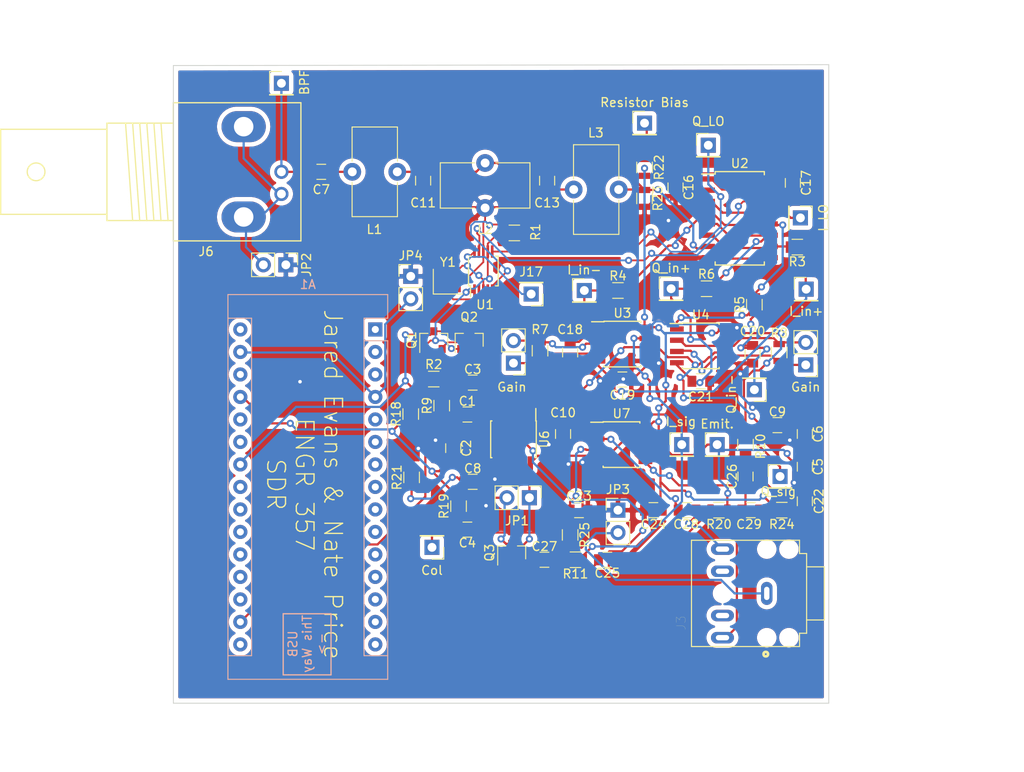
<source format=kicad_pcb>
(kicad_pcb (version 20171130) (host pcbnew "(5.1.9)-1")
  (title_block (title "SDR Receiver") (date 2021-04-29) (rev v.1.1) (company "Walla Walla University") (comment 1 "Rob Frohne") (comment 2 "ENGR 357") (comment 3 "Jared Evans & Nate Price"))
  (layers (0 F.Cu signal) (31 B.Cu signal) (34 B.Paste user) (35 F.Paste user) (36 B.SilkS user) (37 F.SilkS user) (38 B.Mask user) (39 F.Mask user) (44 Edge.Cuts user))
  (net 0 "")
  (net 1 "Net-(A1-Pad16)")
  (net 2 "Net-(A1-Pad15)")
  (net 3 "Net-(A1-Pad30)")
  (net 4 "Net-(A1-Pad14)")
  (net 5 "Net-(A1-Pad29)")
  (net 6 "Net-(A1-Pad13)")
  (net 7 "Net-(A1-Pad28)")
  (net 8 "Net-(A1-Pad12)")
  (net 9 +5V)
  (net 10 "Net-(A1-Pad11)")
  (net 11 "Net-(A1-Pad26)")
  (net 12 "Net-(A1-Pad10)")
  (net 13 "Net-(A1-Pad25)")
  (net 14 "Net-(A1-Pad9)")
  (net 15 /SCL_5V)
  (net 16 "Net-(A1-Pad8)")
  (net 17 "Net-(A1-Pad7)")
  (net 18 "Net-(A1-Pad22)")
  (net 19 "Net-(A1-Pad6)")
  (net 20 "Net-(A1-Pad21)")
  (net 21 "Net-(A1-Pad5)")
  (net 22 "Net-(A1-Pad20)")
  (net 23 "Net-(A1-Pad19)")
  (net 24 "Net-(A1-Pad3)")
  (net 25 "Net-(A1-Pad18)")
  (net 26 "Net-(A1-Pad2)")
  (net 27 +3V3)
  (net 28 "Net-(A1-Pad1)")
  (net 29 GND)
  (net 30 "Net-(C4-Pad2)")
  (net 31 +4.3V)
  (net 32 "Net-(C7-Pad1)")
  (net 33 "Net-(C7-Pad2)")
  (net 34 "Net-(C8-Pad1)")
  (net 35 GNDA)
  (net 36 "Net-(C11-Pad1)")
  (net 37 "Net-(C13-Pad2)")
  (net 38 "Net-(C18-Pad1)")
  (net 39 "Net-(C19-Pad1)")
  (net 40 "Net-(C20-Pad1)")
  (net 41 "Net-(C21-Pad1)")
  (net 42 "Net-(C23-Pad2)")
  (net 43 "Net-(C24-Pad2)")
  (net 44 "Net-(C25-Pad2)")
  (net 45 "Net-(C25-Pad1)")
  (net 46 "Net-(C26-Pad2)")
  (net 47 "Net-(C26-Pad1)")
  (net 48 "Net-(C28-Pad2)")
  (net 49 "Net-(C29-Pad2)")
  (net 50 "Net-(J1-Pad2)")
  (net 51 "Net-(J1-Pad1)")
  (net 52 "Net-(J2-Pad1)")
  (net 53 "Net-(J2-Pad2)")
  (net 54 /I_LO)
  (net 55 /Q_LO)
  (net 56 "Net-(J6-Pad2)")
  (net 57 "Net-(J14-Pad1)")
  (net 58 "Net-(J15-Pad1)")
  (net 59 /BP_Filter_o)
  (net 60 "Net-(J17-Pad1)")
  (net 61 /SCL_3V)
  (net 62 "Net-(R3-Pad2)")
  (net 63 "Net-(R4-Pad2)")
  (net 64 "Net-(R5-Pad2)")
  (net 65 "Net-(R6-Pad2)")
  (net 66 "Net-(U1-Pad3)")
  (net 67 "Net-(U1-Pad2)")
  (net 68 "Net-(J3-Pad11)")
  (net 69 "Net-(J3-Pad10)")
  (net 70 "Net-(J3-Pad1)")
  (module Modules:Arduino_Nano (layer B.Cu) (at 61.6 61.8 180)
    (fp_text reference A1 (at 7.62 5.08) (layer B.SilkS) (effects (justify mirror)))
    (fp_text value Arduino_Nano_v3.x)
    (pad 16 thru_hole oval (at 15.24 -35.56 180) (size 1.6 1.6) (drill 0.8) (layers *.Cu *.Mask) (net 1 "Net-(A1-Pad16)"))
    (pad 15 thru_hole oval (at 0 -35.56 180) (size 1.6 1.6) (drill 0.8) (layers *.Cu *.Mask) (net 2 "Net-(A1-Pad15)"))
    (pad 30 thru_hole oval (at 15.24 0 180) (size 1.6 1.6) (drill 0.8) (layers *.Cu *.Mask) (net 3 "Net-(A1-Pad30)"))
    (pad 14 thru_hole oval (at 0 -33.02 180) (size 1.6 1.6) (drill 0.8) (layers *.Cu *.Mask) (net 4 "Net-(A1-Pad14)"))
    (pad 29 thru_hole oval (at 15.24 -2.54 180) (size 1.6 1.6) (drill 0.8) (layers *.Cu *.Mask) (net 5 "Net-(A1-Pad29)"))
    (pad 13 thru_hole oval (at 0 -30.48 180) (size 1.6 1.6) (drill 0.8) (layers *.Cu *.Mask) (net 6 "Net-(A1-Pad13)"))
    (pad 28 thru_hole oval (at 15.24 -5.08 180) (size 1.6 1.6) (drill 0.8) (layers *.Cu *.Mask) (net 7 "Net-(A1-Pad28)"))
    (pad 12 thru_hole oval (at 0 -27.94 180) (size 1.6 1.6) (drill 0.8) (layers *.Cu *.Mask) (net 8 "Net-(A1-Pad12)"))
    (pad 27 thru_hole oval (at 15.24 -7.62 180) (size 1.6 1.6) (drill 0.8) (layers *.Cu *.Mask) (net 9 +5V))
    (pad 11 thru_hole oval (at 0 -25.4 180) (size 1.6 1.6) (drill 0.8) (layers *.Cu *.Mask) (net 10 "Net-(A1-Pad11)"))
    (pad 26 thru_hole oval (at 15.24 -10.16 180) (size 1.6 1.6) (drill 0.8) (layers *.Cu *.Mask) (net 11 "Net-(A1-Pad26)"))
    (pad 10 thru_hole oval (at 0 -22.86 180) (size 1.6 1.6) (drill 0.8) (layers *.Cu *.Mask) (net 12 "Net-(A1-Pad10)"))
    (pad 25 thru_hole oval (at 15.24 -12.7 180) (size 1.6 1.6) (drill 0.8) (layers *.Cu *.Mask) (net 13 "Net-(A1-Pad25)"))
    (pad 9 thru_hole oval (at 0 -20.32 180) (size 1.6 1.6) (drill 0.8) (layers *.Cu *.Mask) (net 14 "Net-(A1-Pad9)"))
    (pad 24 thru_hole oval (at 15.24 -15.24 180) (size 1.6 1.6) (drill 0.8) (layers *.Cu *.Mask) (net 15 /SCL_5V))
    (pad 8 thru_hole oval (at 0 -17.78 180) (size 1.6 1.6) (drill 0.8) (layers *.Cu *.Mask) (net 16 "Net-(A1-Pad8)"))
    (pad 23 thru_hole oval (at 15.24 -17.78 180) (size 1.6 1.6) (drill 0.8) (layers *.Cu *.Mask) (net 15 /SCL_5V))
    (pad 7 thru_hole oval (at 0 -15.24 180) (size 1.6 1.6) (drill 0.8) (layers *.Cu *.Mask) (net 17 "Net-(A1-Pad7)"))
    (pad 22 thru_hole oval (at 15.24 -20.32 180) (size 1.6 1.6) (drill 0.8) (layers *.Cu *.Mask) (net 18 "Net-(A1-Pad22)"))
    (pad 6 thru_hole oval (at 0 -12.7 180) (size 1.6 1.6) (drill 0.8) (layers *.Cu *.Mask) (net 19 "Net-(A1-Pad6)"))
    (pad 21 thru_hole oval (at 15.24 -22.86 180) (size 1.6 1.6) (drill 0.8) (layers *.Cu *.Mask) (net 20 "Net-(A1-Pad21)"))
    (pad 5 thru_hole oval (at 0 -10.16 180) (size 1.6 1.6) (drill 0.8) (layers *.Cu *.Mask) (net 21 "Net-(A1-Pad5)"))
    (pad 20 thru_hole oval (at 15.24 -25.4 180) (size 1.6 1.6) (drill 0.8) (layers *.Cu *.Mask) (net 22 "Net-(A1-Pad20)"))
    (pad 4 thru_hole oval (at 0 -7.62 180) (size 1.6 1.6) (drill 0.8) (layers *.Cu *.Mask) (net 5 "Net-(A1-Pad29)"))
    (pad 19 thru_hole oval (at 15.24 -27.94 180) (size 1.6 1.6) (drill 0.8) (layers *.Cu *.Mask) (net 23 "Net-(A1-Pad19)"))
    (pad 3 thru_hole oval (at 0 -5.08 180) (size 1.6 1.6) (drill 0.8) (layers *.Cu *.Mask) (net 24 "Net-(A1-Pad3)"))
    (pad 18 thru_hole oval (at 15.24 -30.48 180) (size 1.6 1.6) (drill 0.8) (layers *.Cu *.Mask) (net 25 "Net-(A1-Pad18)"))
    (pad 2 thru_hole oval (at 0 -2.54 180) (size 1.6 1.6) (drill 0.8) (layers *.Cu *.Mask) (net 26 "Net-(A1-Pad2)"))
    (pad 17 thru_hole oval (at 15.24 -33.02 180) (size 1.6 1.6) (drill 0.8) (layers *.Cu *.Mask) (net 27 +3V3))
    (pad 1 thru_hole rect (at 0 0 180) (size 1.6 1.6) (drill 0.8) (layers *.Cu *.Mask) (net 28 "Net-(A1-Pad1)"))
  )
  (module Capacitors_SMD:C_0805 (layer F.Cu) (at 72 71.4)
    (fp_text reference C1 (at 0 -1.5) (layer F.SilkS))
    (fp_text value .1u)
    (pad 2 smd rect (at 1 0) (size 1 1.25) (layers F.Cu F.Paste F.Mask) (net 29 GND))
    (pad 1 smd rect (at -1 0) (size 1 1.25) (layers F.Cu F.Paste F.Mask) (net 27 +3V3))
  )
  (module Capacitors_SMD:C_0805 (layer F.Cu) (at 70.4 75.2 270)
    (fp_text reference C2 (at 0 -1.5 90) (layer F.SilkS))
    (fp_text value .1u)
    (pad 2 smd rect (at 1 0 270) (size 1 1.25) (layers F.Cu F.Paste F.Mask) (net 9 +5V))
    (pad 1 smd rect (at -1 0 270) (size 1 1.25) (layers F.Cu F.Paste F.Mask) (net 29 GND))
  )
  (module Capacitors_SMD:C_0805 (layer F.Cu) (at 72.6 67.8)
    (fp_text reference C3 (at 0 -1.5) (layer F.SilkS))
    (fp_text value .1u)
    (pad 1 smd rect (at -1 0) (size 1 1.25) (layers F.Cu F.Paste F.Mask) (net 27 +3V3))
    (pad 2 smd rect (at 1 0) (size 1 1.25) (layers F.Cu F.Paste F.Mask) (net 29 GND))
  )
  (module Capacitors_SMD:C_0805 (layer F.Cu) (at 72 84.4 180)
    (fp_text reference C4 (at 0 -1.5) (layer F.SilkS))
    (fp_text value 10u)
    (pad 1 smd rect (at -1 0 180) (size 1 1.25) (layers F.Cu F.Paste F.Mask) (net 29 GND))
    (pad 2 smd rect (at 1 0 180) (size 1 1.25) (layers F.Cu F.Paste F.Mask) (net 30 "Net-(C4-Pad2)"))
  )
  (module Capacitors_SMD:C_0805 (layer F.Cu) (at 110.1 77.3 270)
    (fp_text reference C5 (at 0 -1.5 90) (layer F.SilkS))
    (fp_text value .1u)
    (pad 1 smd rect (at -1 0 270) (size 1 1.25) (layers F.Cu F.Paste F.Mask) (net 29 GND))
    (pad 2 smd rect (at 1 0 270) (size 1 1.25) (layers F.Cu F.Paste F.Mask) (net 31 +4.3V))
  )
  (module Capacitors_SMD:C_0805 (layer F.Cu) (at 110.1 73.6 270)
    (fp_text reference C6 (at 0 -1.5 90) (layer F.SilkS))
    (fp_text value .1u)
    (pad 2 smd rect (at 1 0 270) (size 1 1.25) (layers F.Cu F.Paste F.Mask) (net 31 +4.3V))
    (pad 1 smd rect (at -1 0 270) (size 1 1.25) (layers F.Cu F.Paste F.Mask) (net 29 GND))
  )
  (module Capacitors_SMD:C_0805 (layer F.Cu) (at 55.5 44 180)
    (fp_text reference C7 (at 0 -2) (layer F.SilkS))
    (fp_text value 120pF)
    (pad 2 smd rect (at 1 0 180) (size 1 1.25) (layers F.Cu F.Paste F.Mask) (net 33 "Net-(C7-Pad2)"))
    (pad 1 smd rect (at -1 0 180) (size 1 1.25) (layers F.Cu F.Paste F.Mask) (net 32 "Net-(C7-Pad1)"))
  )
  (module Capacitors_SMD:C_0805 (layer F.Cu) (at 72.6 79)
    (fp_text reference C8 (at 0 -1.5) (layer F.SilkS))
    (fp_text value .1u)
    (pad 2 smd rect (at 1 0) (size 1 1.25) (layers F.Cu F.Paste F.Mask) (net 29 GND))
    (pad 1 smd rect (at -1 0) (size 1 1.25) (layers F.Cu F.Paste F.Mask) (net 34 "Net-(C8-Pad1)"))
  )
  (module Capacitors_SMD:C_0805 (layer F.Cu) (at 107 72.6)
    (fp_text reference C9 (at 0 -1.5) (layer F.SilkS))
    (fp_text value .1uF)
    (pad 2 smd rect (at 1 0) (size 1 1.25) (layers F.Cu F.Paste F.Mask) (net 29 GND))
    (pad 1 smd rect (at -1 0) (size 1 1.25) (layers F.Cu F.Paste F.Mask) (net 35 GNDA))
  )
  (module Capacitors_SMD:C_0805 (layer F.Cu) (at 82.8 73.6 270)
    (fp_text reference C10 (at -2.4 0 180) (layer F.SilkS))
    (fp_text value .1uF)
    (pad 1 smd rect (at -1 0 270) (size 1 1.25) (layers F.Cu F.Paste F.Mask) (net 35 GNDA))
    (pad 2 smd rect (at 1 0 270) (size 1 1.25) (layers F.Cu F.Paste F.Mask) (net 29 GND))
  )
  (module Capacitors_SMD:C_0805 (layer F.Cu) (at 67 45 270)
    (fp_text reference C11 (at 2.5 0 180) (layer F.SilkS))
    (fp_text value 1.1nF)
    (pad 1 smd rect (at -1 0 270) (size 1 1.25) (layers F.Cu F.Paste F.Mask) (net 36 "Net-(C11-Pad1)"))
    (pad 2 smd rect (at 1 0 270) (size 1 1.25) (layers F.Cu F.Paste F.Mask) (net 29 GND))
  )
  (module Capacitors_SMD:C_0805 (layer F.Cu) (at 81 45 270)
    (fp_text reference C13 (at 2.5 0 180) (layer F.SilkS))
    (fp_text value 120pF)
    (pad 2 smd rect (at 1 0 270) (size 1 1.25) (layers F.Cu F.Paste F.Mask) (net 37 "Net-(C13-Pad2)"))
    (pad 1 smd rect (at -1 0 270) (size 1 1.25) (layers F.Cu F.Paste F.Mask) (net 36 "Net-(C11-Pad1)"))
  )
  (module Capacitors_SMD:C_0805 (layer F.Cu) (at 95.5 45.75 90)
    (fp_text reference C16 (at 0 1.5 90) (layer F.SilkS))
    (fp_text value .1u)
    (pad 1 smd rect (at -1 0 90) (size 1 1.25) (layers F.Cu F.Paste F.Mask) (net 29 GND))
    (pad 2 smd rect (at 1 0 90) (size 1 1.25) (layers F.Cu F.Paste F.Mask) (net 31 +4.3V))
  )
  (module Capacitors_SMD:C_0805 (layer F.Cu) (at 108.75 45.25 270)
    (fp_text reference C17 (at 0 -1.5 90) (layer F.SilkS))
    (fp_text value .1u)
    (pad 1 smd rect (at -1 0 270) (size 1 1.25) (layers F.Cu F.Paste F.Mask) (net 31 +4.3V))
    (pad 2 smd rect (at 1 0 270) (size 1 1.25) (layers F.Cu F.Paste F.Mask) (net 29 GND))
  )
  (module Capacitors_SMD:C_0805 (layer F.Cu) (at 83.6 64.4 270)
    (fp_text reference C18 (at -2.6 0 180) (layer F.SilkS))
    (fp_text value 3900p)
    (pad 2 smd rect (at 1 0 270) (size 1 1.25) (layers F.Cu F.Paste F.Mask) (net 29 GND))
    (pad 1 smd rect (at -1 0 270) (size 1 1.25) (layers F.Cu F.Paste F.Mask) (net 38 "Net-(C18-Pad1)"))
  )
  (module Capacitors_SMD:C_0805 (layer F.Cu) (at 89.5 67.45)
    (fp_text reference C19 (at 0 1.75) (layer F.SilkS))
    (fp_text value 3900p)
    (pad 1 smd rect (at -1 0) (size 1 1.25) (layers F.Cu F.Paste F.Mask) (net 39 "Net-(C19-Pad1)"))
    (pad 2 smd rect (at 1 0) (size 1 1.25) (layers F.Cu F.Paste F.Mask) (net 29 GND))
  )
  (module Capacitors_SMD:C_0805 (layer F.Cu) (at 104.2 64.6 270)
    (fp_text reference C20 (at -2.6 0 180) (layer F.SilkS))
    (fp_text value 3900p)
    (pad 2 smd rect (at 1 0 270) (size 1 1.25) (layers F.Cu F.Paste F.Mask) (net 29 GND))
    (pad 1 smd rect (at -1 0 270) (size 1 1.25) (layers F.Cu F.Paste F.Mask) (net 40 "Net-(C20-Pad1)"))
  )
  (module Capacitors_SMD:C_0805 (layer F.Cu) (at 98.35 67.65)
    (fp_text reference C21 (at 0 1.75) (layer F.SilkS))
    (fp_text value 3900p)
    (pad 1 smd rect (at -1 0) (size 1 1.25) (layers F.Cu F.Paste F.Mask) (net 41 "Net-(C21-Pad1)"))
    (pad 2 smd rect (at 1 0) (size 1 1.25) (layers F.Cu F.Paste F.Mask) (net 29 GND))
  )
  (module Capacitors_SMD:C_0805 (layer F.Cu) (at 110.1 81.2 90)
    (fp_text reference C22 (at 0 1.6 90) (layer F.SilkS))
    (fp_text value .1uF)
    (pad 2 smd rect (at 1 0 90) (size 1 1.25) (layers F.Cu F.Paste F.Mask) (net 29 GND))
    (pad 1 smd rect (at -1 0 90) (size 1 1.25) (layers F.Cu F.Paste F.Mask) (net 31 +4.3V))
  )
  (module Capacitors_SMD:C_0805 (layer F.Cu) (at 84.6 82.2 180)
    (fp_text reference C23 (at 0 1.6) (layer F.SilkS))
    (fp_text value 100pF)
    (pad 1 smd rect (at -1 0 180) (size 1 1.25) (layers F.Cu F.Paste F.Mask) (net 29 GND))
    (pad 2 smd rect (at 1 0 180) (size 1 1.25) (layers F.Cu F.Paste F.Mask) (net 42 "Net-(C23-Pad2)"))
  )
  (module Capacitors_SMD:C_0805 (layer F.Cu) (at 93 82.2)
    (fp_text reference C24 (at 0 1.6) (layer F.SilkS))
    (fp_text value 100pF)
    (pad 1 smd rect (at -1 0) (size 1 1.25) (layers F.Cu F.Paste F.Mask) (net 29 GND))
    (pad 2 smd rect (at 1 0) (size 1 1.25) (layers F.Cu F.Paste F.Mask) (net 43 "Net-(C24-Pad2)"))
  )
  (module Capacitors_SMD:C_0805 (layer F.Cu) (at 87.8 87.8 180)
    (fp_text reference C25 (at 0 -1.5) (layer F.SilkS))
    (fp_text value 100pF)
    (pad 1 smd rect (at -1 0 180) (size 1 1.25) (layers F.Cu F.Paste F.Mask) (net 45 "Net-(C25-Pad1)"))
    (pad 2 smd rect (at 1 0 180) (size 1 1.25) (layers F.Cu F.Paste F.Mask) (net 44 "Net-(C25-Pad2)"))
  )
  (module Capacitors_SMD:C_0805 (layer F.Cu) (at 103.4 78.4 90)
    (fp_text reference C26 (at 0 -1.5 90) (layer F.SilkS))
    (fp_text value 100pF)
    (pad 2 smd rect (at 1 0 90) (size 1 1.25) (layers F.Cu F.Paste F.Mask) (net 46 "Net-(C26-Pad2)"))
    (pad 1 smd rect (at -1 0 90) (size 1 1.25) (layers F.Cu F.Paste F.Mask) (net 47 "Net-(C26-Pad1)"))
  )
  (module Capacitors_SMD:C_0805 (layer F.Cu) (at 80.7 87.8)
    (fp_text reference C27 (at 0 -1.5) (layer F.SilkS))
    (fp_text value .1uF)
    (pad 1 smd rect (at -1 0) (size 1 1.25) (layers F.Cu F.Paste F.Mask) (net 31 +4.3V))
    (pad 2 smd rect (at 1 0) (size 1 1.25) (layers F.Cu F.Paste F.Mask) (net 29 GND))
  )
  (module Capacitors_SMD:C_0805 (layer F.Cu) (at 96.8 82.2)
    (fp_text reference C28 (at -0.1 1.6) (layer F.SilkS))
    (fp_text value 10uF)
    (pad 2 smd rect (at 1 0) (size 1 1.25) (layers F.Cu F.Paste F.Mask) (net 48 "Net-(C28-Pad2)"))
    (pad 1 smd rect (at -1 0) (size 1 1.25) (layers F.Cu F.Paste F.Mask) (net 45 "Net-(C25-Pad1)"))
  )
  (module Capacitors_SMD:C_0805 (layer F.Cu) (at 104 82.2)
    (fp_text reference C29 (at -0.2 1.6) (layer F.SilkS))
    (fp_text value 10uF)
    (pad 2 smd rect (at 1 0) (size 1 1.25) (layers F.Cu F.Paste F.Mask) (net 49 "Net-(C29-Pad2)"))
    (pad 1 smd rect (at -1 0) (size 1 1.25) (layers F.Cu F.Paste F.Mask) (net 47 "Net-(C26-Pad1)"))
  )
  (module Pin_Headers:Pin_Header_Straight_1x02_Pitch2.54mm (layer F.Cu) (at 77.2 65.6 180)
    (fp_text reference "Gain " (at -0.2 -2.7) (layer F.SilkS))
    (fp_text value Conn_01x02_Female)
    (pad 2 thru_hole oval (at 0 2.54 180) (size 1.7 1.7) (drill 1) (layers *.Cu *.Mask) (net 50 "Net-(J1-Pad2)"))
    (pad 1 thru_hole rect (at 0 0 180) (size 1.7 1.7) (drill 1) (layers *.Cu *.Mask) (net 51 "Net-(J1-Pad1)"))
  )
  (module Pin_Headers:Pin_Header_Straight_1x02_Pitch2.54mm (layer F.Cu) (at 110.2 65.8 180)
    (fp_text reference Gain (at 0 -2.5) (layer F.SilkS))
    (fp_text value Conn_01x02_Female)
    (pad 1 thru_hole rect (at 0 0 180) (size 1.7 1.7) (drill 1) (layers *.Cu *.Mask) (net 52 "Net-(J2-Pad1)"))
    (pad 2 thru_hole oval (at 0 2.54 180) (size 1.7 1.7) (drill 1) (layers *.Cu *.Mask) (net 53 "Net-(J2-Pad2)"))
  )
  (module SWITCHCRAFT_35RAPC4BHN2 (layer F.Cu) (at 104.8 91.6 90)
    (fp_text reference J3 (at -3.33784 -8.66834 90) (layer F.SilkS) (effects (font (size 1.003858 1.003858) (thickness 0.015))))
    (fp_text value 35RAPC4BHN2)
    (pad 2 thru_hole oval (at 5 -4 90) (size 1.3 2.6) (drill oval 0.6 1.5) (layers *.Cu *.Mask) (net 48 "Net-(C28-Pad2)"))
    (pad 3 thru_hole oval (at -5 -4 90) (size 1.3 2.6) (drill oval 0.6 1.5) (layers *.Cu *.Mask) (net 49 "Net-(C29-Pad2)"))
    (pad 11 thru_hole oval (at -2.5 -4 90) (size 1.3 2.6) (drill oval 0.6 1.5) (layers *.Cu *.Mask) (net 68 "Net-(J3-Pad11)"))
    (pad 10 thru_hole oval (at 2.5 -4 90) (size 1.3 2.6) (drill oval 0.6 1.5) (layers *.Cu *.Mask) (net 69 "Net-(J3-Pad10)"))
    (pad 1 thru_hole oval (at 0 1 90) (size 2.6 1.3) (drill oval 1.5 0.6) (layers *.Cu *.Mask) (net 70 "Net-(J3-Pad1)"))
    (pad None np_thru_hole circle (at 0 -4 90) (size 1.2 1.2) (drill 1.2) (layers *.Cu *.Mask))
    (pad None np_thru_hole circle (at -5 1 90) (size 1.2 1.2) (drill 1.2) (layers *.Cu *.Mask))
    (pad None np_thru_hole circle (at -5 3.5 90) (size 1.2 1.2) (drill 1.2) (layers *.Cu *.Mask))
    (pad None np_thru_hole circle (at 5 1 90) (size 1.2 1.2) (drill 1.2) (layers *.Cu *.Mask))
    (pad None np_thru_hole circle (at 5 3.5 90) (size 1.2 1.2) (drill 1.2) (layers *.Cu *.Mask))
  )
  (module Pin_Headers:Pin_Header_Straight_1x01_Pitch2.54mm (layer F.Cu) (at 109.6 49.2 270)
    (fp_text reference I_LO (at 0 -2.6 90) (layer F.SilkS))
    (fp_text value IQ_SDR-rescue_Conn_01x01-Connector_Generic-IQ_SDR-rescue)
    (pad 1 thru_hole rect (at 0 0 270) (size 1.7 1.7) (drill 1) (layers *.Cu *.Mask) (net 54 /I_LO))
  )
  (module Pin_Headers:Pin_Header_Straight_1x01_Pitch2.54mm (layer F.Cu) (at 99.2 41)
    (fp_text reference Q_LO (at 0 -2.7) (layer F.SilkS))
    (fp_text value IQ_SDR-rescue_Conn_01x01-Connector_Generic-IQ_SDR-rescue)
    (pad 1 thru_hole rect (at 0 0) (size 1.7 1.7) (drill 1) (layers *.Cu *.Mask) (net 55 /Q_LO))
  )
  (module Connectors_TE-Connectivity:BNC_Socket_TYCO-AMP (layer F.Cu) (at 46 44 90)
    (fp_text reference J6 (at -9 -3.5 180) (layer F.SilkS))
    (fp_text value Conn_Coaxial)
    (pad 2 thru_hole circle (at -2.49936 5.00126 90) (size 1.6002 1.6002) (drill 1.00076) (layers *.Cu *.Mask) (net 56 "Net-(J6-Pad2)"))
    (pad 1 thru_hole circle (at 0 5.00126 90) (size 1.6002 1.6002) (drill 1.00076) (layers *.Cu *.Mask) (net 33 "Net-(C7-Pad2)"))
    (pad 2 thru_hole oval (at 5.10032 0.7366 90) (size 3.50012 5.00126) (drill 2.19964) (layers *.Cu *.Mask) (net 56 "Net-(J6-Pad2)"))
    (pad 2 thru_hole oval (at -5.09778 0.7366 90) (size 3.50012 5.00126) (drill 2.19964) (layers *.Cu *.Mask) (net 56 "Net-(J6-Pad2)"))
  )
  (module Pin_Headers:Pin_Header_Straight_1x01_Pitch2.54mm (layer F.Cu) (at 51 34)
    (fp_text reference BPF (at 2.6 -0.1 270) (layer F.SilkS))
    (fp_text value IQ_SDR-rescue_Conn_01x01-Connector_Generic-IQ_SDR-rescue)
    (pad 1 thru_hole rect (at 0 0) (size 1.7 1.7) (drill 1) (layers *.Cu *.Mask) (net 33 "Net-(C7-Pad2)"))
  )
  (module Pin_Headers:Pin_Header_Straight_1x01_Pitch2.54mm (layer F.Cu) (at 68 86.4 180)
    (fp_text reference Col (at 0 -2.6) (layer F.SilkS))
    (fp_text value IQ_SDR-rescue_Conn_01x01-Connector_Generic-IQ_SDR-rescue)
    (pad 1 thru_hole rect (at 0 0 180) (size 1.7 1.7) (drill 1) (layers *.Cu *.Mask) (net 9 +5V))
  )
  (module Pin_Headers:Pin_Header_Straight_1x01_Pitch2.54mm (layer F.Cu) (at 100.2 74.8)
    (fp_text reference Emit. (at 0 -2.33) (layer F.SilkS))
    (fp_text value IQ_SDR-rescue_Conn_01x01-Connector_Generic-IQ_SDR-rescue)
    (pad 1 thru_hole rect (at 0 0) (size 1.7 1.7) (drill 1) (layers *.Cu *.Mask) (net 31 +4.3V))
  )
  (module Pin_Headers:Pin_Header_Straight_1x01_Pitch2.54mm (layer F.Cu) (at 104.4 68.6 180)
    (fp_text reference Q_in- (at 2.6 -0.5 90) (layer F.SilkS))
    (fp_text value IQ_SDR-rescue_Conn_01x01-Connector_Generic-IQ_SDR-rescue)
    (pad 1 thru_hole rect (at 0 0 180) (size 1.7 1.7) (drill 1) (layers *.Cu *.Mask) (net 40 "Net-(C20-Pad1)"))
  )
  (module Pin_Headers:Pin_Header_Straight_1x01_Pitch2.54mm (layer F.Cu) (at 95 57.2)
    (fp_text reference Q_in+ (at 0 -2.33) (layer F.SilkS))
    (fp_text value IQ_SDR-rescue_Conn_01x01-Connector_Generic-IQ_SDR-rescue)
    (pad 1 thru_hole rect (at 0 0) (size 1.7 1.7) (drill 1) (layers *.Cu *.Mask) (net 41 "Net-(C21-Pad1)"))
  )
  (module Pin_Headers:Pin_Header_Straight_1x01_Pitch2.54mm (layer F.Cu) (at 85.2 57.4)
    (fp_text reference I_in- (at 0 -2.33) (layer F.SilkS))
    (fp_text value IQ_SDR-rescue_Conn_01x01-Connector_Generic-IQ_SDR-rescue)
    (pad 1 thru_hole rect (at 0 0) (size 1.7 1.7) (drill 1) (layers *.Cu *.Mask) (net 38 "Net-(C18-Pad1)"))
  )
  (module Pin_Headers:Pin_Header_Straight_1x01_Pitch2.54mm (layer F.Cu) (at 110.25 57.25)
    (fp_text reference I_in+ (at 0 2.5) (layer F.SilkS))
    (fp_text value IQ_SDR-rescue_Conn_01x01-Connector_Generic-IQ_SDR-rescue)
    (pad 1 thru_hole rect (at 0 0) (size 1.7 1.7) (drill 1) (layers *.Cu *.Mask) (net 39 "Net-(C19-Pad1)"))
  )
  (module Pin_Headers:Pin_Header_Straight_1x01_Pitch2.54mm (layer F.Cu) (at 96.2 74.8)
    (fp_text reference I_sig (at -0.1 -2.6) (layer F.SilkS))
    (fp_text value IQ_SDR-rescue_Conn_01x01-Connector_Generic-IQ_SDR-rescue)
    (pad 1 thru_hole rect (at 0 0) (size 1.7 1.7) (drill 1) (layers *.Cu *.Mask) (net 57 "Net-(J14-Pad1)"))
  )
  (module Pin_Headers:Pin_Header_Straight_1x01_Pitch2.54mm (layer F.Cu) (at 107.3 78.4)
    (fp_text reference Q_sig (at -0.2 1.7) (layer F.SilkS))
    (fp_text value IQ_SDR-rescue_Conn_01x01-Connector_Generic-IQ_SDR-rescue)
    (pad 1 thru_hole rect (at 0 0) (size 1.7 1.7) (drill 1) (layers *.Cu *.Mask) (net 58 "Net-(J15-Pad1)"))
  )
  (module Pin_Headers:Pin_Header_Straight_1x01_Pitch2.54mm (layer F.Cu) (at 92 38.5)
    (fp_text reference "Resistor Bias" (at 0 -2.33) (layer F.SilkS))
    (fp_text value IQ_SDR-rescue_Conn_01x01-Connector_Generic-IQ_SDR-rescue)
    (pad 1 thru_hole rect (at 0 0) (size 1.7 1.7) (drill 1) (layers *.Cu *.Mask) (net 59 /BP_Filter_o))
  )
  (module Pin_Headers:Pin_Header_Straight_1x01_Pitch2.54mm (layer F.Cu) (at 79.2 57.8 180)
    (fp_text reference J17 (at 0 2.5) (layer F.SilkS))
    (fp_text value IQ_SDR-rescue_Conn_01x01-Connector_Generic-IQ_SDR-rescue)
    (pad 1 thru_hole rect (at 0 0 180) (size 1.7 1.7) (drill 1) (layers *.Cu *.Mask) (net 60 "Net-(J17-Pad1)"))
  )
  (module Pin_Headers:Pin_Header_Straight_1x02_Pitch2.54mm (layer F.Cu) (at 79 80.8 270)
    (fp_text reference JP1 (at 2.6 1.4 180) (layer F.SilkS))
    (fp_text value Jumper_NC_Small-Device)
    (pad 2 thru_hole oval (at 0 2.54 270) (size 1.7 1.7) (drill 1) (layers *.Cu *.Mask) (net 9 +5V))
    (pad 1 thru_hole rect (at 0 0 270) (size 1.7 1.7) (drill 1) (layers *.Cu *.Mask) (net 31 +4.3V))
  )
  (module Pin_Headers:Pin_Header_Straight_1x02_Pitch2.54mm (layer F.Cu) (at 51.5 54.5 270)
    (fp_text reference JP2 (at 0 -2.33 90) (layer F.SilkS))
    (fp_text value Jumper_NC_Small)
    (pad 1 thru_hole rect (at 0 0 270) (size 1.7 1.7) (drill 1) (layers *.Cu *.Mask) (net 29 GND))
    (pad 2 thru_hole oval (at 0 2.54 270) (size 1.7 1.7) (drill 1) (layers *.Cu *.Mask) (net 56 "Net-(J6-Pad2)"))
  )
  (module Pin_Headers:Pin_Header_Straight_1x02_Pitch2.54mm (layer F.Cu) (at 89 82.2)
    (fp_text reference JP3 (at 0 -2.33) (layer F.SilkS))
    (fp_text value Jumper_NC_Small-Device)
    (pad 2 thru_hole oval (at 0 2.54) (size 1.7 1.7) (drill 1) (layers *.Cu *.Mask) (net 70 "Net-(J3-Pad1)"))
    (pad 1 thru_hole rect (at 0 0) (size 1.7 1.7) (drill 1) (layers *.Cu *.Mask) (net 29 GND))
  )
  (module Pin_Headers:Pin_Header_Straight_1x02_Pitch2.54mm (layer F.Cu) (at 65.6 55.8)
    (fp_text reference JP4 (at 0 -2.33) (layer F.SilkS))
    (fp_text value Jumper_NC_Small-Device)
    (pad 1 thru_hole rect (at 0 0) (size 1.7 1.7) (drill 1) (layers *.Cu *.Mask) (net 29 GND))
    (pad 2 thru_hole oval (at 0 2.54) (size 1.7 1.7) (drill 1) (layers *.Cu *.Mask) (net 5 "Net-(A1-Pad29)"))
  )
  (module Inductors_THT:L_Toroid_Vertical_L10.0mm_W5.0mm_P5.08mm (layer F.Cu) (at 59 44 90)
    (fp_text reference L1 (at -6.5 2.5 180) (layer F.SilkS))
    (fp_text value 1.3uH)
    (pad 2 thru_hole circle (at 0 5.08 90) (size 2 2) (drill 1) (layers *.Cu *.Mask) (net 36 "Net-(C11-Pad1)"))
    (pad 1 thru_hole circle (at 0 0 90) (size 2 2) (drill 1) (layers *.Cu *.Mask) (net 32 "Net-(C7-Pad1)"))
  )
  (module Inductors_THT:L_Toroid_Vertical_L10.0mm_W5.0mm_P5.08mm (layer F.Cu) (at 74 43)
    (fp_text reference L2 (at 0 7.5) (layer F.SilkS))
    (fp_text value 150nH)
    (pad 1 thru_hole circle (at 0 0) (size 2 2) (drill 1) (layers *.Cu *.Mask) (net 36 "Net-(C11-Pad1)"))
    (pad 2 thru_hole circle (at 0 5.08) (size 2 2) (drill 1) (layers *.Cu *.Mask) (net 29 GND))
  )
  (module Inductors_THT:L_Toroid_Vertical_L10.0mm_W5.0mm_P5.08mm (layer F.Cu) (at 84 46 90)
    (fp_text reference L3 (at 6.4 2.5 180) (layer F.SilkS))
    (fp_text value 1.3uH)
    (pad 2 thru_hole circle (at 0 5.08 90) (size 2 2) (drill 1) (layers *.Cu *.Mask) (net 59 /BP_Filter_o))
    (pad 1 thru_hole circle (at 0 0 90) (size 2 2) (drill 1) (layers *.Cu *.Mask) (net 37 "Net-(C13-Pad2)"))
  )
  (module TO_SOT_Packages_SMD:SOT-23 (layer F.Cu) (at 68.2 63 90)
    (fp_text reference Q1 (at 0 -2.5 90) (layer F.SilkS))
    (fp_text value BSS138)
    (pad 1 smd rect (at -1 -0.95 90) (size 0.9 0.8) (layers F.Cu F.Paste F.Mask) (net 27 +3V3))
    (pad 2 smd rect (at -1 0.95 90) (size 0.9 0.8) (layers F.Cu F.Paste F.Mask) (net 61 /SCL_3V))
    (pad 3 smd rect (at 1 0 90) (size 0.9 0.8) (layers F.Cu F.Paste F.Mask) (net 15 /SCL_5V))
  )
  (module TO_SOT_Packages_SMD:SOT-23 (layer F.Cu) (at 72.2 63 90)
    (fp_text reference Q2 (at 2.6 0 180) (layer F.SilkS))
    (fp_text value BSS138)
    (pad 3 smd rect (at 1 0 90) (size 0.9 0.8) (layers F.Cu F.Paste F.Mask) (net 15 /SCL_5V))
    (pad 2 smd rect (at -1 0.95 90) (size 0.9 0.8) (layers F.Cu F.Paste F.Mask) (net 61 /SCL_3V))
    (pad 1 smd rect (at -1 -0.95 90) (size 0.9 0.8) (layers F.Cu F.Paste F.Mask) (net 27 +3V3))
  )
  (module TO_SOT_Packages_SMD:SOT-23 (layer F.Cu) (at 77 87 90)
    (fp_text reference Q3 (at 0 -2.5 90) (layer F.SilkS))
    (fp_text value MMBT2222A-MMBT2222A)
    (pad 3 smd rect (at 1 0 90) (size 0.9 0.8) (layers F.Cu F.Paste F.Mask) (net 9 +5V))
    (pad 2 smd rect (at -1 0.95 90) (size 0.9 0.8) (layers F.Cu F.Paste F.Mask) (net 31 +4.3V))
    (pad 1 smd rect (at -1 -0.95 90) (size 0.9 0.8) (layers F.Cu F.Paste F.Mask) (net 30 "Net-(C4-Pad2)"))
  )
  (module Resistors_SMD:R_0805 (layer F.Cu) (at 77.3 50.9)
    (fp_text reference R1 (at 2.4 -0.1 90) (layer F.SilkS))
    (fp_text value 1k)
    (pad 1 smd rect (at -0.95 0) (size 0.7 1.3) (layers F.Cu F.Paste F.Mask) (net 27 +3V3))
    (pad 2 smd rect (at 0.95 0) (size 0.7 1.3) (layers F.Cu F.Paste F.Mask) (net 61 /SCL_3V))
  )
  (module Resistors_SMD:R_0805 (layer F.Cu) (at 68.2 67.4)
    (fp_text reference R2 (at 0 -1.65) (layer F.SilkS))
    (fp_text value 1k)
    (pad 2 smd rect (at 0.95 0) (size 0.7 1.3) (layers F.Cu F.Paste F.Mask) (net 61 /SCL_3V))
    (pad 1 smd rect (at -0.95 0) (size 0.7 1.3) (layers F.Cu F.Paste F.Mask) (net 27 +3V3))
  )
  (module Resistors_SMD:R_0805 (layer F.Cu) (at 109.25 52.5 180)
    (fp_text reference R3 (at 0 -1.65) (layer F.SilkS))
    (fp_text value 50)
    (pad 2 smd rect (at 0.95 0 180) (size 0.7 1.3) (layers F.Cu F.Paste F.Mask) (net 62 "Net-(R3-Pad2)"))
    (pad 1 smd rect (at -0.95 0 180) (size 0.7 1.3) (layers F.Cu F.Paste F.Mask) (net 39 "Net-(C19-Pad1)"))
  )
  (module Resistors_SMD:R_0805 (layer F.Cu) (at 89 57.4)
    (fp_text reference R4 (at 0 -1.65) (layer F.SilkS))
    (fp_text value 50)
    (pad 2 smd rect (at 0.95 0) (size 0.7 1.3) (layers F.Cu F.Paste F.Mask) (net 63 "Net-(R4-Pad2)"))
    (pad 1 smd rect (at -0.95 0) (size 0.7 1.3) (layers F.Cu F.Paste F.Mask) (net 38 "Net-(C18-Pad1)"))
  )
  (module Resistors_SMD:R_0805 (layer F.Cu) (at 104.4 59 90)
    (fp_text reference R5 (at 0 -1.65 90) (layer F.SilkS))
    (fp_text value 50)
    (pad 2 smd rect (at 0.95 0 90) (size 0.7 1.3) (layers F.Cu F.Paste F.Mask) (net 64 "Net-(R5-Pad2)"))
    (pad 1 smd rect (at -0.95 0 90) (size 0.7 1.3) (layers F.Cu F.Paste F.Mask) (net 40 "Net-(C20-Pad1)"))
  )
  (module Resistors_SMD:R_0805 (layer F.Cu) (at 99 57.2)
    (fp_text reference R6 (at 0 -1.65) (layer F.SilkS))
    (fp_text value 50)
    (pad 1 smd rect (at -0.95 0) (size 0.7 1.3) (layers F.Cu F.Paste F.Mask) (net 41 "Net-(C21-Pad1)"))
    (pad 2 smd rect (at 0.95 0) (size 0.7 1.3) (layers F.Cu F.Paste F.Mask) (net 65 "Net-(R6-Pad2)"))
  )
  (module Resistors_SMD:R_0805 (layer F.Cu) (at 80.2 64.2 270)
    (fp_text reference R7 (at -2.4 0 180) (layer F.SilkS))
    (fp_text value 1k)
    (pad 1 smd rect (at -0.95 0 270) (size 0.7 1.3) (layers F.Cu F.Paste F.Mask) (net 50 "Net-(J1-Pad2)"))
    (pad 2 smd rect (at 0.95 0 270) (size 0.7 1.3) (layers F.Cu F.Paste F.Mask) (net 51 "Net-(J1-Pad1)"))
  )
  (module Resistors_SMD:R_0805 (layer F.Cu) (at 107.2 64.4 270)
    (fp_text reference R8 (at -2.2 0 180) (layer F.SilkS))
    (fp_text value 1k)
    (pad 1 smd rect (at -0.95 0 270) (size 0.7 1.3) (layers F.Cu F.Paste F.Mask) (net 53 "Net-(J2-Pad2)"))
    (pad 2 smd rect (at 0.95 0 270) (size 0.7 1.3) (layers F.Cu F.Paste F.Mask) (net 52 "Net-(J2-Pad1)"))
  )
  (module Resistors_SMD:R_0805 (layer F.Cu) (at 69.1 70.4 90)
    (fp_text reference R9 (at 0 -1.65 90) (layer F.SilkS))
    (fp_text value 10k)
    (pad 1 smd rect (at -0.95 0 90) (size 0.7 1.3) (layers F.Cu F.Paste F.Mask) (net 27 +3V3))
    (pad 2 smd rect (at 0.95 0 90) (size 0.7 1.3) (layers F.Cu F.Paste F.Mask) (net 61 /SCL_3V))
  )
  (module Resistors_SMD:R_0805 (layer F.Cu) (at 103.4 74.8 90)
    (fp_text reference R10 (at -0.2 1.7 270) (layer F.SilkS))
    (fp_text value 12k)
    (pad 2 smd rect (at 0.95 0 90) (size 0.7 1.3) (layers F.Cu F.Paste F.Mask) (net 58 "Net-(J15-Pad1)"))
    (pad 1 smd rect (at -0.95 0 90) (size 0.7 1.3) (layers F.Cu F.Paste F.Mask) (net 46 "Net-(C26-Pad2)"))
  )
  (module Resistors_SMD:R_0805 (layer F.Cu) (at 84.2 87.8)
    (fp_text reference R11 (at 0 1.6) (layer F.SilkS))
    (fp_text value 12k)
    (pad 1 smd rect (at -0.95 0) (size 0.7 1.3) (layers F.Cu F.Paste F.Mask) (net 44 "Net-(C25-Pad2)"))
    (pad 2 smd rect (at 0.95 0) (size 0.7 1.3) (layers F.Cu F.Paste F.Mask) (net 57 "Net-(J14-Pad1)"))
  )
  (module Resistors_SMD:R_0805 (layer F.Cu) (at 65.6 71.35 90)
    (fp_text reference R18 (at 0 -1.65 90) (layer F.SilkS))
    (fp_text value 10k)
    (pad 2 smd rect (at 0.95 0 90) (size 0.7 1.3) (layers F.Cu F.Paste F.Mask) (net 15 /SCL_5V))
    (pad 1 smd rect (at -0.95 0 90) (size 0.7 1.3) (layers F.Cu F.Paste F.Mask) (net 9 +5V))
  )
  (module Resistors_SMD:R_0805 (layer F.Cu) (at 71 81.75 90)
    (fp_text reference R19 (at 0 -1.65 90) (layer F.SilkS))
    (fp_text value 1k)
    (pad 2 smd rect (at 0.95 0 90) (size 0.7 1.3) (layers F.Cu F.Paste F.Mask) (net 9 +5V))
    (pad 1 smd rect (at -0.95 0 90) (size 0.7 1.3) (layers F.Cu F.Paste F.Mask) (net 30 "Net-(C4-Pad2)"))
  )
  (module Resistors_SMD:R_0805 (layer F.Cu) (at 100.4 82.2 180)
    (fp_text reference R20 (at 0 -1.6) (layer F.SilkS))
    (fp_text value 10k)
    (pad 1 smd rect (at -0.95 0 180) (size 0.7 1.3) (layers F.Cu F.Paste F.Mask) (net 31 +4.3V))
    (pad 2 smd rect (at 0.95 0 180) (size 0.7 1.3) (layers F.Cu F.Paste F.Mask) (net 34 "Net-(C8-Pad1)"))
  )
  (module Resistors_SMD:R_0805 (layer F.Cu) (at 65.7 78.5 90)
    (fp_text reference R21 (at 0 -1.65 90) (layer F.SilkS))
    (fp_text value 10k)
    (pad 2 smd rect (at 0.95 0 90) (size 0.7 1.3) (layers F.Cu F.Paste F.Mask) (net 29 GND))
    (pad 1 smd rect (at -0.95 0 90) (size 0.7 1.3) (layers F.Cu F.Paste F.Mask) (net 34 "Net-(C8-Pad1)"))
  )
  (module Resistors_SMD:R_0805 (layer F.Cu) (at 92 43.5 270)
    (fp_text reference R22 (at 0 -1.65 90) (layer F.SilkS))
    (fp_text value 10k)
    (pad 2 smd rect (at 0.95 0 270) (size 0.7 1.3) (layers F.Cu F.Paste F.Mask) (net 31 +4.3V))
    (pad 1 smd rect (at -0.95 0 270) (size 0.7 1.3) (layers F.Cu F.Paste F.Mask) (net 59 /BP_Filter_o))
  )
  (module Resistors_SMD:R_0805 (layer F.Cu) (at 92 47 90)
    (fp_text reference R23 (at 0 1.5 90) (layer F.SilkS))
    (fp_text value 10k)
    (pad 1 smd rect (at -0.95 0 90) (size 0.7 1.3) (layers F.Cu F.Paste F.Mask) (net 29 GND))
    (pad 2 smd rect (at 0.95 0 90) (size 0.7 1.3) (layers F.Cu F.Paste F.Mask) (net 59 /BP_Filter_o))
  )
  (module Resistors_SMD:R_0805 (layer F.Cu) (at 107.5 82.2)
    (fp_text reference R24 (at 0 1.6) (layer F.SilkS))
    (fp_text value 12k)
    (pad 1 smd rect (at -0.95 0) (size 0.7 1.3) (layers F.Cu F.Paste F.Mask) (net 43 "Net-(C24-Pad2)"))
    (pad 2 smd rect (at 0.95 0) (size 0.7 1.3) (layers F.Cu F.Paste F.Mask) (net 46 "Net-(C26-Pad2)"))
  )
  (module Resistors_SMD:R_0805 (layer F.Cu) (at 83.6 85 270)
    (fp_text reference R25 (at 0 -1.65 90) (layer F.SilkS))
    (fp_text value 12k)
    (pad 2 smd rect (at 0.95 0 270) (size 0.7 1.3) (layers F.Cu F.Paste F.Mask) (net 44 "Net-(C25-Pad2)"))
    (pad 1 smd rect (at -0.95 0 270) (size 0.7 1.3) (layers F.Cu F.Paste F.Mask) (net 42 "Net-(C23-Pad2)"))
  )
  (module Housings_SSOP:MSOP-10_3x3mm_Pitch0.5mm (layer F.Cu) (at 73.8 55.2 90)
    (fp_text reference U1 (at -3.8 0.2 180) (layer F.SilkS))
    (fp_text value Si5351A-B-GT)
    (pad 10 smd rect (at 2.2 -1 90) (size 1.4 0.3) (layers F.Cu F.Paste F.Mask) (net 60 "Net-(J17-Pad1)"))
    (pad 9 smd rect (at 2.2 -0.5 90) (size 1.4 0.3) (layers F.Cu F.Paste F.Mask) (net 54 /I_LO))
    (pad 8 smd rect (at 2.2 0 90) (size 1.4 0.3) (layers F.Cu F.Paste F.Mask) (net 29 GND))
    (pad 7 smd rect (at 2.2 0.5 90) (size 1.4 0.3) (layers F.Cu F.Paste F.Mask) (net 27 +3V3))
    (pad 6 smd rect (at 2.2 1 90) (size 1.4 0.3) (layers F.Cu F.Paste F.Mask) (net 55 /Q_LO))
    (pad 5 smd rect (at -2.2 1 90) (size 1.4 0.3) (layers F.Cu F.Paste F.Mask) (net 61 /SCL_3V))
    (pad 4 smd rect (at -2.2 0.5 90) (size 1.4 0.3) (layers F.Cu F.Paste F.Mask) (net 61 /SCL_3V))
    (pad 3 smd rect (at -2.2 0 90) (size 1.4 0.3) (layers F.Cu F.Paste F.Mask) (net 66 "Net-(U1-Pad3)"))
    (pad 2 smd rect (at -2.2 -0.5 90) (size 1.4 0.3) (layers F.Cu F.Paste F.Mask) (net 67 "Net-(U1-Pad2)"))
    (pad 1 smd rect (at -2.2 -1 90) (size 1.4 0.3) (layers F.Cu F.Paste F.Mask) (net 27 +3V3))
  )
  (module Housings_SOIC:SOIC-16W_5.3x10.2mm_Pitch1.27mm (layer F.Cu) (at 102.75 49.25)
    (fp_text reference U2 (at 0 -6.2) (layer F.SilkS))
    (fp_text value SN74CBT3253)
    (pad 16 smd rect (at 3.55 -4.445) (size 1.5 0.6) (layers F.Cu F.Paste F.Mask) (net 31 +4.3V))
    (pad 15 smd rect (at 3.55 -3.175) (size 1.5 0.6) (layers F.Cu F.Paste F.Mask) (net 29 GND))
    (pad 14 smd rect (at 3.55 -1.905) (size 1.5 0.6) (layers F.Cu F.Paste F.Mask) (net 54 /I_LO))
    (pad 13 smd rect (at 3.55 -0.635) (size 1.5 0.6) (layers F.Cu F.Paste F.Mask) (net 63 "Net-(R4-Pad2)"))
    (pad 12 smd rect (at 3.55 0.635) (size 1.5 0.6) (layers F.Cu F.Paste F.Mask) (net 64 "Net-(R5-Pad2)"))
    (pad 11 smd rect (at 3.55 1.905) (size 1.5 0.6) (layers F.Cu F.Paste F.Mask) (net 65 "Net-(R6-Pad2)"))
    (pad 10 smd rect (at 3.55 3.175) (size 1.5 0.6) (layers F.Cu F.Paste F.Mask) (net 62 "Net-(R3-Pad2)"))
    (pad 9 smd rect (at 3.55 4.445) (size 1.5 0.6) (layers F.Cu F.Paste F.Mask) (net 59 /BP_Filter_o))
    (pad 8 smd rect (at -3.55 4.445) (size 1.5 0.6) (layers F.Cu F.Paste F.Mask) (net 29 GND))
    (pad 7 smd rect (at -3.55 3.175) (size 1.5 0.6) (layers F.Cu F.Paste F.Mask) (net 59 /BP_Filter_o))
    (pad 6 smd rect (at -3.55 1.905) (size 1.5 0.6) (layers F.Cu F.Paste F.Mask) (net 62 "Net-(R3-Pad2)"))
    (pad 5 smd rect (at -3.55 0.635) (size 1.5 0.6) (layers F.Cu F.Paste F.Mask) (net 65 "Net-(R6-Pad2)"))
    (pad 4 smd rect (at -3.55 -0.635) (size 1.5 0.6) (layers F.Cu F.Paste F.Mask) (net 64 "Net-(R5-Pad2)"))
    (pad 3 smd rect (at -3.55 -1.905) (size 1.5 0.6) (layers F.Cu F.Paste F.Mask) (net 63 "Net-(R4-Pad2)"))
    (pad 2 smd rect (at -3.55 -3.175) (size 1.5 0.6) (layers F.Cu F.Paste F.Mask) (net 55 /Q_LO))
    (pad 1 smd rect (at -3.55 -4.445) (size 1.5 0.6) (layers F.Cu F.Paste F.Mask) (net 29 GND))
  )
  (module Housings_SOIC:SOIC-8_3.9x4.9mm_Pitch1.27mm (layer F.Cu) (at 89.5 63.45)
    (fp_text reference U3 (at 0 -3.5) (layer F.SilkS))
    (fp_text value INA821ID)
    (pad 1 smd rect (at -2.7 -1.905) (size 1.55 0.6) (layers F.Cu F.Paste F.Mask) (net 38 "Net-(C18-Pad1)"))
    (pad 2 smd rect (at -2.7 -0.635) (size 1.55 0.6) (layers F.Cu F.Paste F.Mask) (net 50 "Net-(J1-Pad2)"))
    (pad 3 smd rect (at -2.7 0.635) (size 1.55 0.6) (layers F.Cu F.Paste F.Mask) (net 51 "Net-(J1-Pad1)"))
    (pad 4 smd rect (at -2.7 1.905) (size 1.55 0.6) (layers F.Cu F.Paste F.Mask) (net 39 "Net-(C19-Pad1)"))
    (pad 5 smd rect (at 2.7 1.905) (size 1.55 0.6) (layers F.Cu F.Paste F.Mask) (net 29 GND))
    (pad 6 smd rect (at 2.7 0.635) (size 1.55 0.6) (layers F.Cu F.Paste F.Mask) (net 35 GNDA))
    (pad 7 smd rect (at 2.7 -0.635) (size 1.55 0.6) (layers F.Cu F.Paste F.Mask) (net 57 "Net-(J14-Pad1)"))
    (pad 8 smd rect (at 2.7 -1.905) (size 1.55 0.6) (layers F.Cu F.Paste F.Mask) (net 31 +4.3V))
  )
  (module Housings_SOIC:SOIC-8_3.9x4.9mm_Pitch1.27mm (layer F.Cu) (at 98.35 63.65)
    (fp_text reference U4 (at 0 -3.5) (layer F.SilkS))
    (fp_text value INA821ID)
    (pad 1 smd rect (at -2.7 -1.905) (size 1.55 0.6) (layers F.Cu F.Paste F.Mask) (net 40 "Net-(C20-Pad1)"))
    (pad 2 smd rect (at -2.7 -0.635) (size 1.55 0.6) (layers F.Cu F.Paste F.Mask) (net 53 "Net-(J2-Pad2)"))
    (pad 3 smd rect (at -2.7 0.635) (size 1.55 0.6) (layers F.Cu F.Paste F.Mask) (net 52 "Net-(J2-Pad1)"))
    (pad 4 smd rect (at -2.7 1.905) (size 1.55 0.6) (layers F.Cu F.Paste F.Mask) (net 41 "Net-(C21-Pad1)"))
    (pad 5 smd rect (at 2.7 1.905) (size 1.55 0.6) (layers F.Cu F.Paste F.Mask) (net 29 GND))
    (pad 6 smd rect (at 2.7 0.635) (size 1.55 0.6) (layers F.Cu F.Paste F.Mask) (net 35 GNDA))
    (pad 7 smd rect (at 2.7 -0.635) (size 1.55 0.6) (layers F.Cu F.Paste F.Mask) (net 58 "Net-(J15-Pad1)"))
    (pad 8 smd rect (at 2.7 -1.905) (size 1.55 0.6) (layers F.Cu F.Paste F.Mask) (net 31 +4.3V))
  )
  (module Housings_SOIC:SOIC-8_3.9x4.9mm_Pitch1.27mm (layer F.Cu) (at 77.2 74.2 270)
    (fp_text reference U6 (at 0 -3.5 90) (layer F.SilkS))
    (fp_text value LM4562)
    (pad 8 smd rect (at 2.7 -1.905 270) (size 1.55 0.6) (layers F.Cu F.Paste F.Mask) (net 31 +4.3V))
    (pad 7 smd rect (at 2.7 -0.635 270) (size 1.55 0.6) (layers F.Cu F.Paste F.Mask))
    (pad 6 smd rect (at 2.7 0.635 270) (size 1.55 0.6) (layers F.Cu F.Paste F.Mask))
    (pad 5 smd rect (at 2.7 1.905 270) (size 1.55 0.6) (layers F.Cu F.Paste F.Mask))
    (pad 4 smd rect (at -2.7 1.905 270) (size 1.55 0.6) (layers F.Cu F.Paste F.Mask) (net 29 GND))
    (pad 3 smd rect (at -2.7 0.635 270) (size 1.55 0.6) (layers F.Cu F.Paste F.Mask) (net 34 "Net-(C8-Pad1)"))
    (pad 2 smd rect (at -2.7 -0.635 270) (size 1.55 0.6) (layers F.Cu F.Paste F.Mask) (net 35 GNDA))
    (pad 1 smd rect (at -2.7 -1.905 270) (size 1.55 0.6) (layers F.Cu F.Paste F.Mask) (net 35 GNDA))
  )
  (module Housings_SOIC:SOIC-8_3.9x4.9mm_Pitch1.27mm (layer F.Cu) (at 89.4 74.8)
    (fp_text reference U7 (at 0 -3.5) (layer F.SilkS))
    (fp_text value LM4562)
    (pad 8 smd rect (at 2.7 -1.905) (size 1.55 0.6) (layers F.Cu F.Paste F.Mask) (net 31 +4.3V))
    (pad 7 smd rect (at 2.7 -0.635) (size 1.55 0.6) (layers F.Cu F.Paste F.Mask) (net 47 "Net-(C26-Pad1)"))
    (pad 6 smd rect (at 2.7 0.635) (size 1.55 0.6) (layers F.Cu F.Paste F.Mask) (net 43 "Net-(C24-Pad2)"))
    (pad 5 smd rect (at 2.7 1.905) (size 1.55 0.6) (layers F.Cu F.Paste F.Mask) (net 47 "Net-(C26-Pad1)"))
    (pad 4 smd rect (at -2.7 1.905) (size 1.55 0.6) (layers F.Cu F.Paste F.Mask) (net 29 GND))
    (pad 3 smd rect (at -2.7 0.635) (size 1.55 0.6) (layers F.Cu F.Paste F.Mask) (net 42 "Net-(C23-Pad2)"))
    (pad 2 smd rect (at -2.7 -0.635) (size 1.55 0.6) (layers F.Cu F.Paste F.Mask) (net 45 "Net-(C25-Pad1)"))
    (pad 1 smd rect (at -2.7 -1.905) (size 1.55 0.6) (layers F.Cu F.Paste F.Mask) (net 45 "Net-(C25-Pad1)"))
  )
  (module Crystals:Crystal_SMD_2520-4pin_2.5x2.0mm (layer F.Cu) (at 69.8 56.4)
    (fp_text reference Y1 (at 0 -2.2) (layer F.SilkS))
    (fp_text value CX3225)
    (pad 4 smd rect (at -0.875 -0.7) (size 1.15 1) (layers F.Cu F.Paste F.Mask) (net 29 GND))
    (pad 3 smd rect (at 0.875 -0.7) (size 1.15 1) (layers F.Cu F.Paste F.Mask) (net 66 "Net-(U1-Pad3)"))
    (pad 2 smd rect (at 0.875 0.7) (size 1.15 1) (layers F.Cu F.Paste F.Mask) (net 29 GND))
    (pad 1 smd rect (at -0.875 0.7) (size 1.15 1) (layers F.Cu F.Paste F.Mask) (net 67 "Net-(U1-Pad2)"))
  )
  (gr_text "Jared Evans & Nate Price\nENGR 357\nSDR" (at 53.6 79.3 270) (layer F.SilkS) (effects (font (size 2 2))))
  (gr_line (start 51.2 100.8) (end 51.8 100.8) (layer B.SilkS) (width 0.15))
  (gr_line (start 51.2 93.9) (end 51.2 100.8) (layer B.SilkS) (width 0.15))
  (gr_line (start 56.6 93.9) (end 51.2 93.9) (layer B.SilkS) (width 0.15))
  (gr_line (start 56.6 100.8) (end 56.6 93.9) (layer B.SilkS) (width 0.15))
  (gr_line (start 51.8 100.8) (end 56.6 100.8) (layer B.SilkS) (width 0.15))
  (gr_text "USB\nThis Way\n->" (at 53.9 97.3 90) (layer B.SilkS) (effects (font (size 1 1)) (justify mirror)))
  (gr_line (start 112.8 31.9) (end 38.8 32) (layer Edge.Cuts) (width 0.1))
  (gr_line (start 112.8 104) (end 112.8 31.9) (layer Edge.Cuts) (width 0.1))
  (gr_line (start 38.8 104) (end 112.8 104) (layer Edge.Cuts) (width 0.1))
  (gr_line (start 38.8 32) (end 38.8 104) (layer Edge.Cuts) (width 0.1))
  (segment (start 62.725001 61.214999) (end 62.725001 68.274999) (width 0.25) (layer B.Cu) (net 5))
  (segment (start 65.6 58.34) (end 62.725001 61.214999) (width 0.25) (layer B.Cu) (net 5))
  (segment (start 62.725001 68.274999) (end 61.6 69.4) (width 0.25) (layer B.Cu) (net 5))
  (segment (start 61.6 69.4) (end 56.6 64.4) (width 0.25) (layer B.Cu) (net 5))
  (segment (start 56.6 64.4) (end 46.2 64.4) (width 0.25) (layer B.Cu) (net 5))
  (via (at 68 77.8) (size 0.8) (drill 0.4) (layers F.Cu B.Cu) (net 9))
  (segment (start 76.46 80.8) (end 71 80.8) (width 0.25) (layer F.Cu) (net 9))
  (segment (start 71 80.8) (end 68 77.8) (width 0.25) (layer F.Cu) (net 9))
  (via (at 52 72.4) (size 0.8) (drill 0.4) (layers F.Cu B.Cu) (net 9))
  (segment (start 52.685001 73.085001) (end 52 72.4) (width 0.25) (layer B.Cu) (net 9))
  (segment (start 63.285001 73.085001) (end 52.685001 73.085001) (width 0.25) (layer B.Cu) (net 9))
  (segment (start 49.6 72.4) (end 46.8 69.6) (width 0.25) (layer F.Cu) (net 9))
  (segment (start 52 72.4) (end 49.6 72.4) (width 0.25) (layer F.Cu) (net 9))
  (segment (start 46.8 69.6) (end 46.4 69.6) (width 0.25) (layer F.Cu) (net 9))
  (segment (start 68 82.9) (end 68 85.3) (width 0.25) (layer F.Cu) (net 9))
  (segment (start 71 80.8) (end 70.1 80.8) (width 0.25) (layer F.Cu) (net 9))
  (segment (start 70.1 80.8) (end 68 82.9) (width 0.25) (layer F.Cu) (net 9))
  (segment (start 68 85.3) (end 68 86.4) (width 0.25) (layer F.Cu) (net 9))
  (segment (start 68 77.8) (end 68.8 77.8) (width 0.25) (layer F.Cu) (net 9))
  (segment (start 68.8 77.8) (end 70.6 76) (width 0.25) (layer F.Cu) (net 9))
  (via (at 63.5 73.3) (size 0.8) (drill 0.4) (layers F.Cu B.Cu) (net 9))
  (segment (start 64.5 72.3) (end 63.5 73.3) (width 0.25) (layer F.Cu) (net 9))
  (segment (start 65.6 72.3) (end 64.5 72.3) (width 0.25) (layer F.Cu) (net 9))
  (segment (start 68 77.8) (end 63.5 73.3) (width 0.25) (layer B.Cu) (net 9))
  (segment (start 63.5 73.3) (end 63.285001 73.085001) (width 0.25) (layer B.Cu) (net 9))
  (via (at 75.8 85.450001) (size 0.8) (drill 0.4) (layers F.Cu B.Cu) (net 9))
  (segment (start 77 86) (end 76.349999 86) (width 0.25) (layer F.Cu) (net 9))
  (segment (start 76.349999 86) (end 75.8 85.450001) (width 0.25) (layer F.Cu) (net 9))
  (segment (start 76.199999 85.050002) (end 76.199999 80.800001) (width 0.25) (layer B.Cu) (net 9))
  (segment (start 75.8 85.450001) (end 76.199999 85.050002) (width 0.25) (layer B.Cu) (net 9))
  (segment (start 76.199999 80.800001) (end 76.2 80.8) (width 0.25) (layer B.Cu) (net 9))
  (segment (start 72.2 62) (end 68.2 62) (width 0.2) (layer F.Cu) (net 15))
  (via (at 65 62.4) (size 0.8) (drill 0.4) (layers F.Cu B.Cu) (net 15))
  (segment (start 62.140001 70.545001) (end 65 67.685002) (width 0.25) (layer B.Cu) (net 15))
  (segment (start 46.2 77) (end 52.654999 70.545001) (width 0.25) (layer B.Cu) (net 15))
  (segment (start 52.654999 70.545001) (end 62.140001 70.545001) (width 0.25) (layer B.Cu) (net 15))
  (segment (start 65 62.4) (end 67.8 62.4) (width 0.25) (layer F.Cu) (net 15))
  (segment (start 67.8 62.4) (end 68 62.2) (width 0.25) (layer F.Cu) (net 15))
  (via (at 65 67.6) (size 0.8) (drill 0.4) (layers F.Cu B.Cu) (net 15))
  (segment (start 65.6 68.2) (end 65 67.6) (width 0.25) (layer F.Cu) (net 15))
  (segment (start 65.6 70.4) (end 65.6 68.2) (width 0.25) (layer F.Cu) (net 15))
  (segment (start 65 67.685002) (end 65 67.6) (width 0.25) (layer B.Cu) (net 15))
  (segment (start 65 67.6) (end 65 62.4) (width 0.25) (layer B.Cu) (net 15))
  (via (at 70.2 63.949999) (size 0.8) (drill 0.4) (layers F.Cu B.Cu) (net 27))
  (segment (start 71.25 64) (end 70.250001 64) (width 0.2) (layer F.Cu) (net 27))
  (segment (start 70.250001 64) (end 70.2 63.949999) (width 0.2) (layer F.Cu) (net 27))
  (via (at 68.4 63.050002) (size 0.8) (drill 0.4) (layers F.Cu B.Cu) (net 27))
  (segment (start 70.2 63.949999) (end 69.300003 63.050002) (width 0.2) (layer B.Cu) (net 27))
  (segment (start 69.300003 63.050002) (end 68.4 63.050002) (width 0.2) (layer B.Cu) (net 27))
  (segment (start 67.834315 63.050002) (end 67.4 63.484317) (width 0.2) (layer F.Cu) (net 27))
  (segment (start 68.4 63.050002) (end 67.834315 63.050002) (width 0.2) (layer F.Cu) (net 27))
  (segment (start 67.4 63.484317) (end 67.4 64) (width 0.2) (layer F.Cu) (net 27))
  (segment (start 67.4 64) (end 67.4 66.8) (width 0.2) (layer F.Cu) (net 27))
  (segment (start 67.4 66.8) (end 67 67.2) (width 0.2) (layer F.Cu) (net 27))
  (segment (start 71.6 66.975) (end 71.2 66.575) (width 0.2) (layer F.Cu) (net 27))
  (segment (start 71.6 67.8) (end 71.6 66.975) (width 0.2) (layer F.Cu) (net 27))
  (segment (start 71.2 66.575) (end 71.2 64.2) (width 0.2) (layer F.Cu) (net 27))
  (segment (start 61.850003 86.074999) (end 55.125001 86.074999) (width 0.25) (layer F.Cu) (net 27))
  (segment (start 67.25 67.4) (end 67.25 80.675002) (width 0.25) (layer F.Cu) (net 27))
  (segment (start 67.25 80.675002) (end 61.850003 86.074999) (width 0.25) (layer F.Cu) (net 27))
  (segment (start 55.125001 86.074999) (end 46.4 94.8) (width 0.25) (layer F.Cu) (net 27))
  (via (at 71.850002 57.6) (size 0.8) (drill 0.4) (layers F.Cu B.Cu) (net 27))
  (segment (start 68.4 63.050002) (end 68.4 61.050002) (width 0.2) (layer B.Cu) (net 27))
  (segment (start 68.4 61.050002) (end 71.850002 57.6) (width 0.2) (layer B.Cu) (net 27))
  (via (at 74.489879 56.081395) (size 0.8) (drill 0.4) (layers F.Cu B.Cu) (net 27))
  (segment (start 74.3 53) (end 74.3 55.891516) (width 0.2) (layer F.Cu) (net 27))
  (segment (start 74.3 55.891516) (end 74.489879 56.081395) (width 0.2) (layer F.Cu) (net 27))
  (segment (start 72.250001 57.200001) (end 71.850002 57.6) (width 0.2) (layer B.Cu) (net 27))
  (segment (start 72.805588 57.200001) (end 72.250001 57.200001) (width 0.2) (layer B.Cu) (net 27))
  (segment (start 73.924194 56.081395) (end 72.805588 57.200001) (width 0.2) (layer B.Cu) (net 27))
  (segment (start 74.489879 56.081395) (end 73.924194 56.081395) (width 0.2) (layer B.Cu) (net 27))
  (segment (start 72.25 57.6) (end 72.2 57.6) (width 0.2) (layer F.Cu) (net 27))
  (segment (start 72.45 57.4) (end 72.25 57.6) (width 0.2) (layer F.Cu) (net 27))
  (segment (start 72.8 57.4) (end 72.45 57.4) (width 0.2) (layer F.Cu) (net 27))
  (segment (start 71.850002 57.6) (end 72.2 57.6) (width 0.2) (layer F.Cu) (net 27))
  (segment (start 72.2 57.6) (end 72.6 57.6) (width 0.2) (layer F.Cu) (net 27))
  (segment (start 71 71.4) (end 71 68.4) (width 0.25) (layer F.Cu) (net 27))
  (segment (start 71 68.4) (end 71.6 67.8) (width 0.25) (layer F.Cu) (net 27))
  (segment (start 69.1 71.35) (end 70.95 71.35) (width 0.25) (layer F.Cu) (net 27))
  (segment (start 70.95 71.35) (end 71 71.3) (width 0.25) (layer F.Cu) (net 27))
  (segment (start 75.509998 50.9) (end 74.3 52.109998) (width 0.2) (layer F.Cu) (net 27))
  (segment (start 76.35 50.9) (end 75.509998 50.9) (width 0.2) (layer F.Cu) (net 27))
  (segment (start 74.3 52.109998) (end 74.3 52.6) (width 0.2) (layer F.Cu) (net 27))
  (segment (start 58.9 46) (end 66.125 46) (width 0.25) (layer F.Cu) (net 29))
  (segment (start 51.5 54.5) (end 51.5 53.4) (width 0.25) (layer F.Cu) (net 29))
  (segment (start 51.5 53.4) (end 58.9 46) (width 0.25) (layer F.Cu) (net 29))
  (segment (start 66.125 46) (end 67 46) (width 0.25) (layer F.Cu) (net 29))
  (segment (start 67.875 46) (end 69.875 48) (width 0.25) (layer F.Cu) (net 29))
  (segment (start 67 46) (end 67.875 46) (width 0.25) (layer F.Cu) (net 29))
  (segment (start 69.875 48) (end 74 48) (width 0.25) (layer F.Cu) (net 29))
  (segment (start 74 48) (end 92.25 48) (width 0.25) (layer F.Cu) (net 29))
  (segment (start 92.25 48) (end 93.5 46.75) (width 0.25) (layer F.Cu) (net 29))
  (segment (start 93.5 46.75) (end 95.25 46.75) (width 0.25) (layer F.Cu) (net 29))
  (segment (start 96.375 46.75) (end 98.375 44.75) (width 0.25) (layer F.Cu) (net 29))
  (segment (start 95.5 46.75) (end 96.375 46.75) (width 0.25) (layer F.Cu) (net 29))
  (segment (start 98.375 44.75) (end 99 44.75) (width 0.25) (layer F.Cu) (net 29))
  (segment (start 95.5 51.323002) (end 97.926998 53.75) (width 0.25) (layer F.Cu) (net 29))
  (segment (start 95.5 46.75) (end 95.5 51.323002) (width 0.25) (layer F.Cu) (net 29))
  (segment (start 107.875 46.25) (end 107.625 46) (width 0.25) (layer F.Cu) (net 29))
  (segment (start 108.75 46.25) (end 107.875 46.25) (width 0.25) (layer F.Cu) (net 29))
  (segment (start 107.625 46) (end 106.75 46) (width 0.25) (layer F.Cu) (net 29))
  (segment (start 106.75 46) (end 100.75 46) (width 0.25) (layer F.Cu) (net 29))
  (segment (start 100.75 46) (end 99.5 44.75) (width 0.25) (layer F.Cu) (net 29))
  (segment (start 92.2 65.905) (end 90.6 67.505) (width 0.25) (layer F.Cu) (net 29))
  (segment (start 92.2 65.355) (end 92.2 65.905) (width 0.25) (layer F.Cu) (net 29))
  (segment (start 90.6 67.505) (end 90.6 67.6) (width 0.25) (layer F.Cu) (net 29))
  (via (at 87 67.6) (size 0.8) (drill 0.4) (layers F.Cu B.Cu) (net 29))
  (segment (start 83.6 65.4) (end 84.8 65.4) (width 0.25) (layer F.Cu) (net 29))
  (segment (start 84.8 65.4) (end 87 67.6) (width 0.25) (layer F.Cu) (net 29))
  (via (at 89.600002 67.4) (size 0.8) (drill 0.4) (layers F.Cu B.Cu) (net 29))
  (segment (start 87 67.6) (end 89.400002 67.6) (width 0.25) (layer B.Cu) (net 29))
  (segment (start 89.400002 67.6) (end 89.600002 67.4) (width 0.25) (layer B.Cu) (net 29))
  (segment (start 89.600002 67.4) (end 90.2 67.4) (width 0.25) (layer F.Cu) (net 29))
  (segment (start 99.4 67.8) (end 101 66.2) (width 0.25) (layer F.Cu) (net 29))
  (segment (start 101 66.2) (end 101 65.6) (width 0.25) (layer F.Cu) (net 29))
  (segment (start 101 65.6) (end 104.2 65.6) (width 0.25) (layer F.Cu) (net 29))
  (segment (start 98.05 53.75) (end 98.1 53.8) (width 0.25) (layer F.Cu) (net 29))
  (segment (start 97.926998 53.75) (end 98.05 53.75) (width 0.25) (layer F.Cu) (net 29))
  (segment (start 98.1 53.8) (end 99 53.8) (width 0.25) (layer F.Cu) (net 29))
  (via (at 102.425002 61.6) (size 0.8) (drill 0.4) (layers F.Cu B.Cu) (net 29))
  (segment (start 102.425002 61.46) (end 102.425002 61.6) (width 0.25) (layer F.Cu) (net 29))
  (segment (start 99 53.8) (end 99 58.034998) (width 0.25) (layer F.Cu) (net 29))
  (segment (start 99 58.034998) (end 102.425002 61.46) (width 0.25) (layer F.Cu) (net 29))
  (via (at 93.6 65.6) (size 0.8) (drill 0.4) (layers F.Cu B.Cu) (net 29))
  (segment (start 92.874999 64.874999) (end 93.6 65.6) (width 0.25) (layer B.Cu) (net 29))
  (segment (start 102.025003 61.200001) (end 94.273003 61.200001) (width 0.25) (layer B.Cu) (net 29))
  (segment (start 102.425002 61.6) (end 102.025003 61.200001) (width 0.25) (layer B.Cu) (net 29))
  (segment (start 94.273003 61.200001) (end 93.948001 60.874999) (width 0.25) (layer B.Cu) (net 29))
  (segment (start 93.948001 60.874999) (end 93.251999 60.874999) (width 0.25) (layer B.Cu) (net 29))
  (segment (start 93.251999 60.874999) (end 92.874999 61.251999) (width 0.25) (layer B.Cu) (net 29))
  (segment (start 92.874999 61.251999) (end 92.874999 64.874999) (width 0.25) (layer B.Cu) (net 29))
  (segment (start 93.034315 65.6) (end 92.834315 65.4) (width 0.25) (layer F.Cu) (net 29))
  (segment (start 93.6 65.6) (end 93.034315 65.6) (width 0.25) (layer F.Cu) (net 29))
  (segment (start 92.834315 65.4) (end 92.4 65.4) (width 0.25) (layer F.Cu) (net 29))
  (segment (start 70.540002 57.1) (end 69.240002 55.8) (width 0.2) (layer F.Cu) (net 29))
  (segment (start 70.675 57.1) (end 70.540002 57.1) (width 0.2) (layer F.Cu) (net 29))
  (segment (start 69.240002 55.8) (end 69 55.8) (width 0.2) (layer F.Cu) (net 29))
  (segment (start 69 55.8) (end 65.6 55.8) (width 0.2) (layer F.Cu) (net 29))
  (segment (start 73.8 54.190002) (end 71.190002 56.8) (width 0.2) (layer F.Cu) (net 29))
  (segment (start 73.8 53) (end 73.8 54.190002) (width 0.2) (layer F.Cu) (net 29))
  (segment (start 71.190002 56.8) (end 71 56.8) (width 0.2) (layer F.Cu) (net 29))
  (segment (start 74 49.494213) (end 73.8 49.694213) (width 0.2) (layer F.Cu) (net 29))
  (segment (start 74 48.08) (end 74 49.494213) (width 0.2) (layer F.Cu) (net 29))
  (segment (start 73.8 49.694213) (end 73.8 52.6) (width 0.2) (layer F.Cu) (net 29))
  (segment (start 82.725 65.4) (end 80.325 67.8) (width 0.25) (layer F.Cu) (net 29))
  (segment (start 83.6 65.4) (end 82.725 65.4) (width 0.25) (layer F.Cu) (net 29))
  (segment (start 80.325 67.8) (end 73.8 67.8) (width 0.25) (layer F.Cu) (net 29))
  (segment (start 73.8 67.8) (end 73.8 69.4) (width 0.25) (layer F.Cu) (net 29))
  (segment (start 73.8 69.4) (end 75.2 70.8) (width 0.25) (layer F.Cu) (net 29))
  (segment (start 75.2 70.8) (end 75.2 71) (width 0.25) (layer F.Cu) (net 29))
  (via (at 85 76.8) (size 0.8) (drill 0.4) (layers F.Cu B.Cu) (net 29))
  (segment (start 87 67.6) (end 87 74.8) (width 0.25) (layer B.Cu) (net 29))
  (segment (start 87 74.8) (end 85 76.8) (width 0.25) (layer B.Cu) (net 29))
  (segment (start 85 76.8) (end 85 81.8) (width 0.25) (layer F.Cu) (net 29))
  (segment (start 85 81.8) (end 85.4 82.2) (width 0.25) (layer F.Cu) (net 29))
  (segment (start 85.4 82.2) (end 88.8 82.2) (width 0.25) (layer F.Cu) (net 29))
  (segment (start 88.8 82.2) (end 91.8 82.2) (width 0.25) (layer F.Cu) (net 29))
  (segment (start 90.5 67.45) (end 90.5 68.325) (width 0.25) (layer F.Cu) (net 29))
  (segment (start 99.4 67.723) (end 99.4 67.6) (width 0.25) (layer F.Cu) (net 29))
  (segment (start 90.5 68.325) (end 90.5 69.7) (width 0.25) (layer F.Cu) (net 29))
  (segment (start 90.5 69.7) (end 92.2 71.4) (width 0.25) (layer F.Cu) (net 29))
  (segment (start 92.2 71.4) (end 99.4 71.4) (width 0.25) (layer F.Cu) (net 29))
  (segment (start 99.4 71.4) (end 99.4 67.8) (width 0.25) (layer F.Cu) (net 29))
  (segment (start 85.095 76.705) (end 85 76.8) (width 0.25) (layer F.Cu) (net 29))
  (segment (start 86.7 76.705) (end 85.095 76.705) (width 0.25) (layer F.Cu) (net 29))
  (via (at 81.2 74.8) (size 0.8) (drill 0.4) (layers F.Cu B.Cu) (net 29))
  (segment (start 82.8 74.6) (end 81.4 74.6) (width 0.25) (layer F.Cu) (net 29))
  (segment (start 81.4 74.6) (end 81.2 74.8) (width 0.25) (layer F.Cu) (net 29))
  (via (at 83.4 77) (size 0.8) (drill 0.4) (layers F.Cu B.Cu) (net 29))
  (segment (start 81.2 74.8) (end 83.4 77) (width 0.25) (layer B.Cu) (net 29))
  (segment (start 84.8 77) (end 85 76.8) (width 0.25) (layer F.Cu) (net 29))
  (segment (start 83.4 77) (end 84.8 77) (width 0.25) (layer F.Cu) (net 29))
  (segment (start 85.6 83.635002) (end 85.6 83.075) (width 0.25) (layer F.Cu) (net 29))
  (segment (start 84.510001 84.725001) (end 85.6 83.635002) (width 0.25) (layer F.Cu) (net 29))
  (segment (start 73 84.4) (end 73.75 84.4) (width 0.25) (layer F.Cu) (net 29))
  (segment (start 73.75 84.4) (end 74.075001 84.725001) (width 0.25) (layer F.Cu) (net 29))
  (segment (start 85.6 83.075) (end 85.6 82.2) (width 0.25) (layer F.Cu) (net 29))
  (segment (start 73 71.4) (end 73.75 71.4) (width 0.25) (layer F.Cu) (net 29))
  (segment (start 73.75 71.4) (end 75.2 71.4) (width 0.25) (layer F.Cu) (net 29))
  (segment (start 70.525 74.2) (end 72.8 71.925) (width 0.25) (layer F.Cu) (net 29))
  (segment (start 70.4 74.2) (end 70.525 74.2) (width 0.25) (layer F.Cu) (net 29))
  (segment (start 72.8 71.925) (end 72.8 71.6) (width 0.25) (layer F.Cu) (net 29))
  (via (at 104.2 70.6) (size 0.8) (drill 0.4) (layers F.Cu B.Cu) (net 29))
  (segment (start 106 70.6) (end 104.2 70.6) (width 0.25) (layer F.Cu) (net 29))
  (segment (start 106.125 70.6) (end 106 70.6) (width 0.25) (layer F.Cu) (net 29))
  (segment (start 108 72.6) (end 108 72.475) (width 0.25) (layer F.Cu) (net 29))
  (segment (start 108 72.475) (end 106.125 70.6) (width 0.25) (layer F.Cu) (net 29))
  (via (at 102.812653 66.812653) (size 0.8) (drill 0.4) (layers F.Cu B.Cu) (net 29))
  (segment (start 104.2 70.6) (end 102.812653 69.212653) (width 0.25) (layer B.Cu) (net 29))
  (segment (start 102.812653 69.212653) (end 102.812653 66.812653) (width 0.25) (layer B.Cu) (net 29))
  (segment (start 102.812653 66.812653) (end 103.8 65.825306) (width 0.25) (layer F.Cu) (net 29))
  (segment (start 103.8 65.825306) (end 103.8 65.8) (width 0.25) (layer F.Cu) (net 29))
  (via (at 75.1 78.7) (size 0.8) (drill 0.4) (layers F.Cu B.Cu) (net 29))
  (segment (start 73.6 79) (end 74.8 79) (width 0.25) (layer F.Cu) (net 29))
  (segment (start 74.8 79) (end 75.1 78.7) (width 0.25) (layer F.Cu) (net 29))
  (segment (start 74.700001 79.099999) (end 74.700001 81.099999) (width 0.25) (layer B.Cu) (net 29))
  (segment (start 75.1 78.7) (end 74.700001 79.099999) (width 0.25) (layer B.Cu) (net 29))
  (via (at 74.1 81.7) (size 0.8) (drill 0.4) (layers F.Cu B.Cu) (net 29))
  (segment (start 74.700001 81.099999) (end 74.1 81.7) (width 0.25) (layer B.Cu) (net 29))
  (segment (start 73 82.8) (end 73 84.2) (width 0.25) (layer F.Cu) (net 29))
  (segment (start 74.1 81.7) (end 73 82.8) (width 0.25) (layer F.Cu) (net 29))
  (segment (start 73 84.2) (end 73.1 84.3) (width 0.25) (layer F.Cu) (net 29))
  (segment (start 108 72.6) (end 110.1 72.6) (width 0.25) (layer F.Cu) (net 29))
  (segment (start 110.1 72.6) (end 109.975 72.6) (width 0.25) (layer F.Cu) (net 29))
  (segment (start 109.975 72.6) (end 109.149999 73.425001) (width 0.25) (layer F.Cu) (net 29))
  (segment (start 109.149999 75.749999) (end 109.8 76.4) (width 0.25) (layer F.Cu) (net 29))
  (segment (start 81.7 86) (end 82.974999 84.725001) (width 0.25) (layer F.Cu) (net 29))
  (segment (start 81.7 87.8) (end 81.7 86) (width 0.25) (layer F.Cu) (net 29))
  (segment (start 74.075001 84.725001) (end 82.974999 84.725001) (width 0.25) (layer F.Cu) (net 29))
  (segment (start 82.974999 84.725001) (end 84.510001 84.725001) (width 0.25) (layer F.Cu) (net 29))
  (via (at 66.462653 75.237347) (size 0.8) (drill 0.4) (layers F.Cu B.Cu) (net 29))
  (segment (start 65.7 77.55) (end 65.7 76) (width 0.25) (layer F.Cu) (net 29))
  (segment (start 65.7 76) (end 66.462653 75.237347) (width 0.25) (layer F.Cu) (net 29))
  (via (at 68.4 74.3) (size 0.8) (drill 0.4) (layers F.Cu B.Cu) (net 29))
  (segment (start 66.462653 75.237347) (end 67.462653 75.237347) (width 0.25) (layer B.Cu) (net 29))
  (segment (start 67.462653 75.237347) (end 68.4 74.3) (width 0.25) (layer B.Cu) (net 29))
  (segment (start 68.4 74.3) (end 70.1 74.3) (width 0.25) (layer F.Cu) (net 29))
  (segment (start 70.1 74.3) (end 70.2 74.2) (width 0.25) (layer F.Cu) (net 29))
  (via (at 108.9 79.1) (size 0.8) (drill 0.4) (layers F.Cu B.Cu) (net 29))
  (segment (start 110.1 80.2) (end 110 80.2) (width 0.25) (layer F.Cu) (net 29))
  (segment (start 110 80.2) (end 108.9 79.1) (width 0.25) (layer F.Cu) (net 29))
  (via (at 108.4 74.3) (size 0.8) (drill 0.4) (layers F.Cu B.Cu) (net 29))
  (segment (start 108.9 79.1) (end 108.9 74.8) (width 0.25) (layer B.Cu) (net 29))
  (segment (start 108.9 74.8) (end 108.4 74.3) (width 0.25) (layer B.Cu) (net 29))
  (segment (start 109.050001 73.649999) (end 109.149999 73.649999) (width 0.25) (layer F.Cu) (net 29))
  (segment (start 108.4 74.3) (end 109.050001 73.649999) (width 0.25) (layer F.Cu) (net 29))
  (segment (start 109.149999 73.425001) (end 109.149999 73.649999) (width 0.25) (layer F.Cu) (net 29))
  (segment (start 109.149999 73.649999) (end 109.149999 75.749999) (width 0.25) (layer F.Cu) (net 29))
  (via (at 53.1 67.7) (size 0.8) (drill 0.4) (layers F.Cu B.Cu) (net 29))
  (via (at 56.6 71.8) (size 0.8) (drill 0.4) (layers F.Cu B.Cu) (net 29))
  (via (at 94.7 49.5) (size 0.8) (drill 0.4) (layers F.Cu B.Cu) (net 29))
  (segment (start 71 82.7) (end 71 84.4) (width 0.25) (layer F.Cu) (net 30))
  (segment (start 74.475 88) (end 71 84.525) (width 0.25) (layer F.Cu) (net 30))
  (segment (start 76.05 88) (end 74.475 88) (width 0.25) (layer F.Cu) (net 30))
  (segment (start 71 84.525) (end 71 84.4) (width 0.25) (layer F.Cu) (net 30))
  (segment (start 92 44.45) (end 95.2 44.45) (width 0.25) (layer F.Cu) (net 31))
  (segment (start 95.2 44.45) (end 95.5 44.75) (width 0.25) (layer F.Cu) (net 31))
  (segment (start 107.875 44.25) (end 107.375 44.75) (width 0.25) (layer F.Cu) (net 31))
  (segment (start 108.75 44.25) (end 107.875 44.25) (width 0.25) (layer F.Cu) (net 31))
  (segment (start 107.375 44.75) (end 106.25 44.75) (width 0.25) (layer F.Cu) (net 31))
  (segment (start 96.945001 44.179999) (end 96.375 44.75) (width 0.25) (layer F.Cu) (net 31))
  (segment (start 105.419997 44.179999) (end 96.945001 44.179999) (width 0.25) (layer F.Cu) (net 31))
  (segment (start 106.25 44.75) (end 105.989998 44.75) (width 0.25) (layer F.Cu) (net 31))
  (segment (start 105.989998 44.75) (end 105.419997 44.179999) (width 0.25) (layer F.Cu) (net 31))
  (segment (start 96.375 44.75) (end 95.5 44.75) (width 0.25) (layer F.Cu) (net 31))
  (via (at 92 43.6) (size 0.8) (drill 0.4) (layers F.Cu B.Cu) (net 31))
  (segment (start 92 44.45) (end 92 43.6) (width 0.25) (layer F.Cu) (net 31))
  (via (at 92 60.4) (size 0.8) (drill 0.4) (layers F.Cu B.Cu) (net 31))
  (segment (start 92 43.6) (end 92 60.4) (width 0.25) (layer B.Cu) (net 31))
  (segment (start 92 60.4) (end 92 60.965685) (width 0.25) (layer F.Cu) (net 31))
  (segment (start 92 60.965685) (end 92 61.4) (width 0.25) (layer F.Cu) (net 31))
  (via (at 93.6 61.6) (size 0.8) (drill 0.4) (layers F.Cu B.Cu) (net 31))
  (segment (start 92.2 61.545) (end 93.545 61.545) (width 0.25) (layer F.Cu) (net 31))
  (segment (start 93.545 61.545) (end 93.6 61.6) (width 0.25) (layer F.Cu) (net 31))
  (via (at 99.6 62.2) (size 0.8) (drill 0.4) (layers F.Cu B.Cu) (net 31))
  (segment (start 93.6 61.6) (end 94.2 62.2) (width 0.25) (layer B.Cu) (net 31))
  (segment (start 94.2 62.2) (end 99.6 62.2) (width 0.25) (layer B.Cu) (net 31))
  (segment (start 100.165685 62.2) (end 100.4 61.965685) (width 0.25) (layer F.Cu) (net 31))
  (segment (start 99.6 62.2) (end 100.165685 62.2) (width 0.25) (layer F.Cu) (net 31))
  (segment (start 100.4 61.965685) (end 100.4 61.8) (width 0.25) (layer F.Cu) (net 31))
  (segment (start 87.909999 76.060001) (end 79.939999 76.060001) (width 0.25) (layer F.Cu) (net 31))
  (segment (start 92.1 72.895) (end 91.075 72.895) (width 0.25) (layer F.Cu) (net 31))
  (segment (start 91.075 72.895) (end 87.909999 76.060001) (width 0.25) (layer F.Cu) (net 31))
  (segment (start 79.939999 76.060001) (end 79.2 76.8) (width 0.25) (layer F.Cu) (net 31))
  (via (at 94.4 68.075) (size 0.8) (drill 0.4) (layers F.Cu B.Cu) (net 31))
  (segment (start 94.2 62.2) (end 94.4 62.4) (width 0.25) (layer B.Cu) (net 31))
  (segment (start 94.4 62.4) (end 94.4 68.075) (width 0.25) (layer B.Cu) (net 31))
  (via (at 93.6 70.675) (size 0.8) (drill 0.4) (layers F.Cu B.Cu) (net 31))
  (segment (start 94.4 68.075) (end 94.4 69.875) (width 0.25) (layer F.Cu) (net 31))
  (segment (start 94.4 69.875) (end 93.6 70.675) (width 0.25) (layer F.Cu) (net 31))
  (via (at 93.6 72.2) (size 0.8) (drill 0.4) (layers F.Cu B.Cu) (net 31))
  (segment (start 93.6 70.675) (end 93.6 72.2) (width 0.25) (layer B.Cu) (net 31))
  (segment (start 93.034315 72.2) (end 92.6 72.634315) (width 0.25) (layer F.Cu) (net 31))
  (segment (start 93.6 72.2) (end 93.034315 72.2) (width 0.25) (layer F.Cu) (net 31))
  (segment (start 92.6 72.634315) (end 92.6 72.8) (width 0.25) (layer F.Cu) (net 31))
  (segment (start 79 80.8) (end 79 77.2) (width 0.25) (layer F.Cu) (net 31))
  (segment (start 93.6 72.765685) (end 93.6 72.2) (width 0.25) (layer F.Cu) (net 31))
  (segment (start 93.6 74.485002) (end 93.6 72.765685) (width 0.25) (layer F.Cu) (net 31))
  (segment (start 95.089999 75.975001) (end 93.6 74.485002) (width 0.25) (layer F.Cu) (net 31))
  (segment (start 97.924999 75.975001) (end 95.089999 75.975001) (width 0.25) (layer F.Cu) (net 31))
  (segment (start 99.1 74.8) (end 97.924999 75.975001) (width 0.25) (layer F.Cu) (net 31))
  (segment (start 100.2 74.8) (end 99.1 74.8) (width 0.25) (layer F.Cu) (net 31))
  (via (at 79 85.450001) (size 0.8) (drill 0.4) (layers F.Cu B.Cu) (net 31))
  (segment (start 77.95 88) (end 77.95 86.500001) (width 0.25) (layer F.Cu) (net 31))
  (segment (start 77.95 86.500001) (end 79 85.450001) (width 0.25) (layer F.Cu) (net 31))
  (segment (start 79 85.450001) (end 79 80.8) (width 0.25) (layer B.Cu) (net 31))
  (segment (start 111.050001 75.425001) (end 111.050001 77.349999) (width 0.25) (layer F.Cu) (net 31))
  (segment (start 110.1 74.6) (end 110.225 74.6) (width 0.25) (layer F.Cu) (net 31))
  (segment (start 110.225 74.6) (end 111.050001 75.425001) (width 0.25) (layer F.Cu) (net 31))
  (segment (start 111.050001 77.349999) (end 110.2 78.2) (width 0.25) (layer F.Cu) (net 31))
  (via (at 108.1 75.8) (size 0.8) (drill 0.4) (layers F.Cu B.Cu) (net 31))
  (segment (start 110.2 78.2) (end 108.1 76.1) (width 0.25) (layer F.Cu) (net 31))
  (segment (start 108.1 76.1) (end 108.1 75.8) (width 0.25) (layer F.Cu) (net 31))
  (segment (start 107.700001 75.400001) (end 100.900001 75.400001) (width 0.25) (layer B.Cu) (net 31))
  (segment (start 108.1 75.8) (end 107.700001 75.400001) (width 0.25) (layer B.Cu) (net 31))
  (segment (start 100.900001 75.400001) (end 100.3 74.8) (width 0.25) (layer B.Cu) (net 31))
  (segment (start 77.95 88) (end 79.5 88) (width 0.25) (layer F.Cu) (net 31))
  (segment (start 79.5 88) (end 79.7 87.8) (width 0.25) (layer F.Cu) (net 31))
  (via (at 101.4 80.3) (size 0.8) (drill 0.4) (layers F.Cu B.Cu) (net 31))
  (segment (start 101.35 82.2) (end 101.35 80.35) (width 0.25) (layer F.Cu) (net 31))
  (segment (start 101.35 80.35) (end 101.4 80.3) (width 0.25) (layer F.Cu) (net 31))
  (segment (start 101.4 79.734315) (end 100.4 78.734315) (width 0.25) (layer B.Cu) (net 31))
  (segment (start 101.4 80.3) (end 101.4 79.734315) (width 0.25) (layer B.Cu) (net 31))
  (segment (start 100.4 78.734315) (end 100.4 75.2) (width 0.25) (layer B.Cu) (net 31))
  (segment (start 111.050001 81.374999) (end 111.050001 79.150001) (width 0.25) (layer F.Cu) (net 31))
  (segment (start 110.1 82.2) (end 110.225 82.2) (width 0.25) (layer F.Cu) (net 31))
  (segment (start 110.225 82.2) (end 111.050001 81.374999) (width 0.25) (layer F.Cu) (net 31))
  (segment (start 111.050001 79.150001) (end 110.4 78.5) (width 0.25) (layer F.Cu) (net 31))
  (segment (start 56.5 44) (end 59 44) (width 0.25) (layer F.Cu) (net 32))
  (segment (start 51 34) (end 51 35.1) (width 0.25) (layer B.Cu) (net 33))
  (segment (start 51 35.1) (end 51 44) (width 0.25) (layer B.Cu) (net 33))
  (segment (start 51.00126 44) (end 54.75 44) (width 0.25) (layer F.Cu) (net 33))
  (via (at 79.4 75.5) (size 0.8) (drill 0.4) (layers F.Cu B.Cu) (net 34))
  (segment (start 76.565 71.5) (end 76.565 72.665) (width 0.25) (layer F.Cu) (net 34))
  (segment (start 76.565 72.665) (end 79.4 75.5) (width 0.25) (layer F.Cu) (net 34))
  (segment (start 76.565 72.665) (end 71.6 77.63) (width 0.25) (layer F.Cu) (net 34))
  (segment (start 71.6 77.63) (end 71.6 78.9) (width 0.25) (layer F.Cu) (net 34))
  (segment (start 71.6 78.9) (end 71.7 79) (width 0.25) (layer F.Cu) (net 34))
  (via (at 65.6 80.9) (size 0.8) (drill 0.4) (layers F.Cu B.Cu) (net 34))
  (segment (start 65.7 79.45) (end 65.7 80.8) (width 0.25) (layer F.Cu) (net 34))
  (segment (start 65.7 80.8) (end 65.6 80.9) (width 0.25) (layer F.Cu) (net 34))
  (via (at 70.3 78.5) (size 0.8) (drill 0.4) (layers F.Cu B.Cu) (net 34))
  (segment (start 65.6 80.9) (end 67.9 80.9) (width 0.25) (layer B.Cu) (net 34))
  (segment (start 67.9 80.9) (end 70.3 78.5) (width 0.25) (layer B.Cu) (net 34))
  (segment (start 70.865685 78.5) (end 71.165685 78.8) (width 0.25) (layer F.Cu) (net 34))
  (segment (start 70.3 78.5) (end 70.865685 78.5) (width 0.25) (layer F.Cu) (net 34))
  (segment (start 71.165685 78.8) (end 71.2 78.8) (width 0.25) (layer F.Cu) (net 34))
  (via (at 91.8 84.5) (size 0.8) (drill 0.4) (layers F.Cu B.Cu) (net 34))
  (segment (start 91.8 82.714998) (end 91.8 84.5) (width 0.25) (layer B.Cu) (net 34))
  (segment (start 79.4 75.5) (end 79.4 76.798002) (width 0.25) (layer B.Cu) (net 34))
  (segment (start 83.926999 81.325001) (end 84.623001 81.325001) (width 0.25) (layer B.Cu) (net 34))
  (segment (start 79.4 76.798002) (end 83.926999 81.325001) (width 0.25) (layer B.Cu) (net 34))
  (segment (start 84.623001 81.325001) (end 84.923003 81.024999) (width 0.25) (layer B.Cu) (net 34))
  (segment (start 84.923003 81.024999) (end 90.110001 81.024999) (width 0.25) (layer B.Cu) (net 34))
  (segment (start 90.110001 81.024999) (end 91.8 82.714998) (width 0.25) (layer B.Cu) (net 34))
  (segment (start 88.039999 88.750001) (end 92.949999 88.750001) (width 0.25) (layer F.Cu) (net 34))
  (segment (start 87.974999 88.685001) (end 88.039999 88.750001) (width 0.25) (layer F.Cu) (net 34))
  (segment (start 87.974999 86.914999) (end 87.974999 88.685001) (width 0.25) (layer F.Cu) (net 34))
  (segment (start 88.039999 86.849999) (end 87.974999 86.914999) (width 0.25) (layer F.Cu) (net 34))
  (segment (start 91.8 84.5) (end 89.450001 86.849999) (width 0.25) (layer F.Cu) (net 34))
  (segment (start 89.450001 86.849999) (end 88.039999 86.849999) (width 0.25) (layer F.Cu) (net 34))
  (segment (start 92.949999 88.750001) (end 99.4 82.3) (width 0.25) (layer F.Cu) (net 34))
  (segment (start 78.385 71.5) (end 78.485 71.4) (width 0.25) (layer F.Cu) (net 35))
  (segment (start 77.835 71.5) (end 78.385 71.5) (width 0.25) (layer F.Cu) (net 35))
  (segment (start 78.485 71.4) (end 79 71.4) (width 0.25) (layer F.Cu) (net 35))
  (via (at 85.8 67.8) (size 0.8) (drill 0.4) (layers F.Cu B.Cu) (net 35))
  (segment (start 82.2 71.4) (end 85.8 67.8) (width 0.25) (layer F.Cu) (net 35))
  (segment (start 86.274999 67.251999) (end 89.326998 64.2) (width 0.25) (layer B.Cu) (net 35))
  (segment (start 85.8 67.8) (end 86.274999 67.325001) (width 0.25) (layer B.Cu) (net 35))
  (segment (start 86.274999 67.325001) (end 86.274999 67.251999) (width 0.25) (layer B.Cu) (net 35))
  (via (at 89.326998 64.2) (size 0.8) (drill 0.4) (layers F.Cu B.Cu) (net 35))
  (segment (start 89.726997 63.800001) (end 91.800001 63.800001) (width 0.25) (layer F.Cu) (net 35))
  (segment (start 89.326998 64.2) (end 89.726997 63.800001) (width 0.25) (layer F.Cu) (net 35))
  (segment (start 91.800001 63.800001) (end 92 64) (width 0.25) (layer F.Cu) (net 35))
  (segment (start 92.2 64.085) (end 92.675 64.085) (width 0.25) (layer F.Cu) (net 35))
  (segment (start 93.789998 64.085) (end 92.2 64.085) (width 0.25) (layer F.Cu) (net 35))
  (segment (start 94.634997 64.929999) (end 93.789998 64.085) (width 0.25) (layer F.Cu) (net 35))
  (segment (start 96.856997 64.929999) (end 94.634997 64.929999) (width 0.25) (layer F.Cu) (net 35))
  (segment (start 97.926998 66) (end 96.856997 64.929999) (width 0.25) (layer F.Cu) (net 35))
  (segment (start 99.908588 64.4) (end 99.378589 64.929999) (width 0.25) (layer F.Cu) (net 35))
  (segment (start 99.378589 64.929999) (end 99.270001 64.929999) (width 0.25) (layer F.Cu) (net 35))
  (segment (start 99.270001 64.929999) (end 98.745 65.455) (width 0.25) (layer F.Cu) (net 35))
  (segment (start 98.745 65.455) (end 98.471998 65.455) (width 0.25) (layer F.Cu) (net 35))
  (segment (start 101 64.4) (end 99.908588 64.4) (width 0.25) (layer F.Cu) (net 35))
  (segment (start 98.471998 65.455) (end 97.926998 66) (width 0.25) (layer F.Cu) (net 35))
  (segment (start 82.35 71.4) (end 82 71.4) (width 0.25) (layer F.Cu) (net 35))
  (segment (start 82.8 71.85) (end 82.35 71.4) (width 0.25) (layer F.Cu) (net 35))
  (segment (start 82.8 72.6) (end 82.8 71.85) (width 0.25) (layer F.Cu) (net 35))
  (segment (start 79 71.4) (end 82 71.4) (width 0.25) (layer F.Cu) (net 35))
  (segment (start 82 71.4) (end 82.2 71.4) (width 0.25) (layer F.Cu) (net 35))
  (via (at 104.125 71.597185) (size 0.8) (drill 0.4) (layers F.Cu B.Cu) (net 35))
  (segment (start 106 72.6) (end 105.127815 72.6) (width 0.25) (layer F.Cu) (net 35))
  (segment (start 105.127815 72.6) (end 104.125 71.597185) (width 0.25) (layer F.Cu) (net 35))
  (via (at 96.4 69.525) (size 0.8) (drill 0.4) (layers F.Cu B.Cu) (net 35))
  (segment (start 104.125 71.597185) (end 102.052815 69.525) (width 0.25) (layer B.Cu) (net 35))
  (segment (start 102.052815 69.525) (end 96.4 69.525) (width 0.25) (layer B.Cu) (net 35))
  (via (at 95.999847 67.200153) (size 0.8) (drill 0.4) (layers F.Cu B.Cu) (net 35))
  (segment (start 96.4 69.525) (end 96.4 67.600306) (width 0.25) (layer F.Cu) (net 35))
  (segment (start 96.4 67.600306) (end 95.999847 67.200153) (width 0.25) (layer F.Cu) (net 35))
  (via (at 97.732083 65.808819) (size 0.8) (drill 0.4) (layers F.Cu B.Cu) (net 35))
  (segment (start 95.999847 67.200153) (end 96.340749 67.200153) (width 0.25) (layer B.Cu) (net 35))
  (segment (start 96.340749 67.200153) (end 97.732083 65.808819) (width 0.25) (layer B.Cu) (net 35))
  (segment (start 64.08 44) (end 67 44) (width 0.25) (layer F.Cu) (net 36))
  (segment (start 67 44) (end 73.000001 43.999999) (width 0.25) (layer F.Cu) (net 36))
  (segment (start 73.000001 43.999999) (end 74 43) (width 0.25) (layer F.Cu) (net 36))
  (segment (start 75.414213 43) (end 76.414213 44) (width 0.25) (layer F.Cu) (net 36))
  (segment (start 74 43) (end 75.414213 43) (width 0.25) (layer F.Cu) (net 36))
  (segment (start 76.414213 44) (end 80.75 44) (width 0.25) (layer F.Cu) (net 36))
  (segment (start 81 46) (end 84.25 46) (width 0.25) (layer F.Cu) (net 37))
  (segment (start 84.25 46) (end 84.5 46) (width 0.25) (layer F.Cu) (net 37))
  (segment (start 85.2 57.4) (end 86.3 57.4) (width 0.25) (layer F.Cu) (net 38))
  (segment (start 86.3 57.4) (end 88 57.4) (width 0.25) (layer F.Cu) (net 38))
  (segment (start 85.2 57.4) (end 85.2 60.2) (width 0.25) (layer F.Cu) (net 38))
  (segment (start 85.2 60.2) (end 86.4 61.4) (width 0.25) (layer F.Cu) (net 38))
  (segment (start 86.4 61.4) (end 84.6 63.2) (width 0.25) (layer F.Cu) (net 38))
  (segment (start 84.6 63.2) (end 83.6 63.2) (width 0.25) (layer F.Cu) (net 38))
  (segment (start 86.8 65.905) (end 88.295 67.4) (width 0.25) (layer F.Cu) (net 39))
  (segment (start 86.8 65.355) (end 86.8 65.905) (width 0.25) (layer F.Cu) (net 39))
  (segment (start 88.295 67.4) (end 88.4 67.4) (width 0.25) (layer F.Cu) (net 39))
  (via (at 89.4 68.8) (size 0.8) (drill 0.4) (layers F.Cu B.Cu) (net 39))
  (segment (start 99.8 68.8) (end 89.4 68.8) (width 0.25) (layer B.Cu) (net 39))
  (segment (start 110.25 57.25) (end 110.25 58.35) (width 0.25) (layer B.Cu) (net 39))
  (segment (start 110.25 58.35) (end 99.8 68.8) (width 0.25) (layer B.Cu) (net 39))
  (segment (start 88.834315 68.8) (end 88.6 68.565685) (width 0.25) (layer F.Cu) (net 39))
  (segment (start 89.4 68.8) (end 88.834315 68.8) (width 0.25) (layer F.Cu) (net 39))
  (segment (start 88.6 68.565685) (end 88.6 67.6) (width 0.25) (layer F.Cu) (net 39))
  (segment (start 110.2 52.5) (end 110.2 57.2) (width 0.25) (layer F.Cu) (net 39))
  (via (at 102.875154 63.875154) (size 0.8) (drill 0.4) (layers F.Cu B.Cu) (net 40))
  (segment (start 104.2 63.6) (end 103.150308 63.6) (width 0.25) (layer F.Cu) (net 40))
  (segment (start 103.150308 63.6) (end 102.875154 63.875154) (width 0.25) (layer F.Cu) (net 40))
  (via (at 104 61.2) (size 0.8) (drill 0.4) (layers F.Cu B.Cu) (net 40))
  (segment (start 102.875154 63.875154) (end 104 62.750308) (width 0.25) (layer B.Cu) (net 40))
  (segment (start 104 62.750308) (end 104 61.2) (width 0.25) (layer B.Cu) (net 40))
  (segment (start 104 60.634315) (end 104.4 60.234315) (width 0.25) (layer F.Cu) (net 40))
  (segment (start 104 61.2) (end 104 60.634315) (width 0.25) (layer F.Cu) (net 40))
  (segment (start 104.4 60.234315) (end 104.4 60) (width 0.25) (layer F.Cu) (net 40))
  (via (at 96.137347 60.462653) (size 0.8) (drill 0.4) (layers F.Cu B.Cu) (net 40))
  (segment (start 95.65 61.745) (end 95.65 60.95) (width 0.25) (layer F.Cu) (net 40))
  (segment (start 95.65 60.95) (end 96.137347 60.462653) (width 0.25) (layer F.Cu) (net 40))
  (via (at 103 60.2) (size 0.8) (drill 0.4) (layers F.Cu B.Cu) (net 40))
  (segment (start 96.137347 60.462653) (end 102.737347 60.462653) (width 0.25) (layer B.Cu) (net 40))
  (segment (start 102.737347 60.462653) (end 103 60.2) (width 0.25) (layer B.Cu) (net 40))
  (segment (start 103.565685 60.2) (end 103.965685 59.8) (width 0.25) (layer F.Cu) (net 40))
  (segment (start 103 60.2) (end 103.565685 60.2) (width 0.25) (layer F.Cu) (net 40))
  (segment (start 103.965685 59.8) (end 104.2 59.8) (width 0.25) (layer F.Cu) (net 40))
  (via (at 105.8 64) (size 0.8) (drill 0.4) (layers F.Cu B.Cu) (net 40))
  (segment (start 102.875154 63.875154) (end 105.675154 63.875154) (width 0.25) (layer F.Cu) (net 40))
  (segment (start 105.675154 63.875154) (end 105.8 64) (width 0.25) (layer F.Cu) (net 40))
  (segment (start 105.8 64) (end 104.4 65.4) (width 0.25) (layer B.Cu) (net 40))
  (segment (start 104.4 65.4) (end 104.4 68.4) (width 0.25) (layer B.Cu) (net 40))
  (segment (start 95 57.2) (end 98 57.2) (width 0.25) (layer F.Cu) (net 41))
  (via (at 97.2 62.925) (size 0.8) (drill 0.4) (layers F.Cu B.Cu) (net 41))
  (segment (start 97.2 60.5) (end 97.2 62.925) (width 0.25) (layer F.Cu) (net 41))
  (segment (start 95 57.2) (end 95 58.3) (width 0.25) (layer F.Cu) (net 41))
  (segment (start 95 58.3) (end 97.2 60.5) (width 0.25) (layer F.Cu) (net 41))
  (via (at 98.249998 67.8) (size 0.8) (drill 0.4) (layers F.Cu B.Cu) (net 41))
  (segment (start 98.249998 67.8) (end 97.4 67.8) (width 0.25) (layer F.Cu) (net 41))
  (segment (start 97.35 67.525) (end 95.425 65.6) (width 0.25) (layer F.Cu) (net 41))
  (segment (start 97.35 67.65) (end 97.35 67.525) (width 0.25) (layer F.Cu) (net 41))
  (segment (start 95.425 65.6) (end 95.4 65.6) (width 0.25) (layer F.Cu) (net 41))
  (segment (start 97.2 62.925) (end 98.325 62.925) (width 0.25) (layer B.Cu) (net 41))
  (segment (start 98.649997 67.400001) (end 98.249998 67.8) (width 0.25) (layer B.Cu) (net 41))
  (segment (start 99.545 66.504998) (end 98.649997 67.400001) (width 0.25) (layer B.Cu) (net 41))
  (segment (start 99.545 64.145) (end 99.545 66.504998) (width 0.25) (layer B.Cu) (net 41))
  (segment (start 98.325 62.925) (end 99.545 64.145) (width 0.25) (layer B.Cu) (net 41))
  (via (at 84.275 80.6) (size 0.8) (drill 0.4) (layers F.Cu B.Cu) (net 42))
  (segment (start 83.6 82.2) (end 83.6 81.275) (width 0.25) (layer F.Cu) (net 42))
  (segment (start 83.6 81.275) (end 84.275 80.6) (width 0.25) (layer F.Cu) (net 42))
  (via (at 84.8 75.335001) (size 0.8) (drill 0.4) (layers F.Cu B.Cu) (net 42))
  (segment (start 84.275 80.6) (end 84.275 75.860001) (width 0.25) (layer B.Cu) (net 42))
  (segment (start 84.275 75.860001) (end 84.8 75.335001) (width 0.25) (layer B.Cu) (net 42))
  (segment (start 85.365685 75.335001) (end 85.430684 75.4) (width 0.25) (layer F.Cu) (net 42))
  (segment (start 84.8 75.335001) (end 85.365685 75.335001) (width 0.25) (layer F.Cu) (net 42))
  (segment (start 85.430684 75.4) (end 85.8 75.4) (width 0.25) (layer F.Cu) (net 42))
  (segment (start 85.8 75.4) (end 86.2 75.4) (width 0.25) (layer F.Cu) (net 42))
  (segment (start 83.6 82.2) (end 83.6 84.2) (width 0.25) (layer F.Cu) (net 42))
  (segment (start 92.575 75.435) (end 93.8 76.66) (width 0.25) (layer F.Cu) (net 43))
  (segment (start 92.1 75.435) (end 92.575 75.435) (width 0.25) (layer F.Cu) (net 43))
  (via (at 105.4 80.6) (size 0.8) (drill 0.4) (layers F.Cu B.Cu) (net 43))
  (segment (start 106.55 82.2) (end 106.55 81.75) (width 0.25) (layer F.Cu) (net 43))
  (segment (start 106.55 81.75) (end 105.4 80.6) (width 0.25) (layer F.Cu) (net 43))
  (via (at 96.950001 80.4) (size 0.8) (drill 0.4) (layers F.Cu B.Cu) (net 43))
  (segment (start 97.575002 81.025001) (end 96.950001 80.4) (width 0.25) (layer B.Cu) (net 43))
  (segment (start 105.4 80.6) (end 104.974999 81.025001) (width 0.25) (layer B.Cu) (net 43))
  (segment (start 104.974999 81.025001) (end 97.575002 81.025001) (width 0.25) (layer B.Cu) (net 43))
  (segment (start 96.550002 80.000001) (end 94.800001 80.000001) (width 0.25) (layer F.Cu) (net 43))
  (segment (start 96.950001 80.4) (end 96.550002 80.000001) (width 0.25) (layer F.Cu) (net 43))
  (segment (start 93.9 79.1) (end 93.8 79.1) (width 0.25) (layer F.Cu) (net 43))
  (segment (start 94.800001 80.000001) (end 93.9 79.1) (width 0.25) (layer F.Cu) (net 43))
  (segment (start 93.8 76.66) (end 93.8 79.1) (width 0.25) (layer F.Cu) (net 43))
  (segment (start 93.8 79.1) (end 93.8 81.8) (width 0.25) (layer F.Cu) (net 43))
  (segment (start 83.6 86.55) (end 83.3 86.85) (width 0.25) (layer F.Cu) (net 44))
  (segment (start 83.6 85.95) (end 83.6 86.55) (width 0.25) (layer F.Cu) (net 44))
  (segment (start 83.3 86.85) (end 83.3 87.8) (width 0.25) (layer F.Cu) (net 44))
  (segment (start 84.539999 88.775001) (end 86.024999 88.775001) (width 0.25) (layer F.Cu) (net 44))
  (segment (start 83.6 85.95) (end 83.6 87.835002) (width 0.25) (layer F.Cu) (net 44))
  (segment (start 83.6 87.835002) (end 84.539999 88.775001) (width 0.25) (layer F.Cu) (net 44))
  (segment (start 86.024999 88.775001) (end 86.7 88.1) (width 0.25) (layer F.Cu) (net 44))
  (segment (start 86.7 72.895) (end 86.7 74.1) (width 0.25) (layer F.Cu) (net 45))
  (segment (start 86.7 74.1) (end 86.8 74.2) (width 0.25) (layer F.Cu) (net 45))
  (via (at 88.2 74.2) (size 0.8) (drill 0.4) (layers F.Cu B.Cu) (net 45))
  (segment (start 86.7 74.165) (end 88.165 74.165) (width 0.25) (layer F.Cu) (net 45))
  (segment (start 88.165 74.165) (end 88.2 74.2) (width 0.25) (layer F.Cu) (net 45))
  (via (at 95.5 80.9) (size 0.8) (drill 0.4) (layers F.Cu B.Cu) (net 45))
  (segment (start 88.2 74.2) (end 94.9 80.9) (width 0.25) (layer B.Cu) (net 45))
  (segment (start 94.9 80.9) (end 95.5 80.9) (width 0.25) (layer B.Cu) (net 45))
  (segment (start 95.5 81.465685) (end 95.7 81.665685) (width 0.25) (layer F.Cu) (net 45))
  (segment (start 95.5 80.9) (end 95.5 81.465685) (width 0.25) (layer F.Cu) (net 45))
  (segment (start 95.7 81.665685) (end 95.7 82.1) (width 0.25) (layer F.Cu) (net 45))
  (segment (start 95.8 83.075) (end 91.175 87.7) (width 0.25) (layer F.Cu) (net 45))
  (segment (start 95.8 82.2) (end 95.8 83.075) (width 0.25) (layer F.Cu) (net 45))
  (segment (start 91.175 87.7) (end 88.9 87.7) (width 0.25) (layer F.Cu) (net 45))
  (segment (start 103.4 75.75) (end 103.4 77.2) (width 0.25) (layer F.Cu) (net 46))
  (segment (start 103.4 77.2) (end 103.3 77.3) (width 0.25) (layer F.Cu) (net 46))
  (segment (start 108.45 81.9) (end 103.95 77.4) (width 0.25) (layer F.Cu) (net 46))
  (segment (start 108.45 82.2) (end 108.45 81.9) (width 0.25) (layer F.Cu) (net 46))
  (segment (start 103.95 77.4) (end 103.6 77.4) (width 0.25) (layer F.Cu) (net 46))
  (segment (start 90.999999 75.995001) (end 91.604998 76.6) (width 0.25) (layer F.Cu) (net 47))
  (segment (start 90.999999 74.790001) (end 90.999999 75.995001) (width 0.25) (layer F.Cu) (net 47))
  (segment (start 92.1 74.165) (end 91.625 74.165) (width 0.25) (layer F.Cu) (net 47))
  (segment (start 91.625 74.165) (end 90.999999 74.790001) (width 0.25) (layer F.Cu) (net 47))
  (segment (start 91.604998 76.6) (end 91.8 76.6) (width 0.25) (layer F.Cu) (net 47))
  (via (at 94.8 78.3) (size 0.8) (drill 0.4) (layers F.Cu B.Cu) (net 47))
  (segment (start 103.4 79.4) (end 95.9 79.4) (width 0.25) (layer F.Cu) (net 47))
  (segment (start 95.9 79.4) (end 94.8 78.3) (width 0.25) (layer F.Cu) (net 47))
  (via (at 93 77.7) (size 0.8) (drill 0.4) (layers F.Cu B.Cu) (net 47))
  (segment (start 94.8 78.3) (end 93.6 78.3) (width 0.25) (layer B.Cu) (net 47))
  (segment (start 93.6 78.3) (end 93 77.7) (width 0.25) (layer B.Cu) (net 47))
  (segment (start 93 77.7) (end 92.2 76.9) (width 0.25) (layer F.Cu) (net 47))
  (segment (start 92.2 76.9) (end 92.2 76.7) (width 0.25) (layer F.Cu) (net 47))
  (segment (start 103.4 79.4) (end 103.4 81.8) (width 0.25) (layer F.Cu) (net 47))
  (segment (start 103.4 81.8) (end 103 82.2) (width 0.25) (layer F.Cu) (net 47))
  (via (at 96.987347 83.687347) (size 0.8) (drill 0.4) (layers F.Cu B.Cu) (net 48))
  (segment (start 97.8 82.2) (end 97.8 82.874694) (width 0.25) (layer F.Cu) (net 48))
  (segment (start 97.8 82.874694) (end 96.987347 83.687347) (width 0.25) (layer F.Cu) (net 48))
  (segment (start 97.387346 84.087346) (end 98.287346 84.087346) (width 0.25) (layer B.Cu) (net 48))
  (segment (start 96.987347 83.687347) (end 97.387346 84.087346) (width 0.25) (layer B.Cu) (net 48))
  (segment (start 98.287346 84.087346) (end 100.7 86.5) (width 0.25) (layer B.Cu) (net 48))
  (segment (start 102.42501 85.64999) (end 102.42501 95.37499) (width 0.25) (layer F.Cu) (net 49))
  (segment (start 105 82.2) (end 105 83.075) (width 0.25) (layer F.Cu) (net 49))
  (segment (start 105 83.075) (end 102.42501 85.64999) (width 0.25) (layer F.Cu) (net 49))
  (segment (start 102.42501 95.37499) (end 101.1 96.7) (width 0.25) (layer F.Cu) (net 49))
  (segment (start 77.2 63.06) (end 79.86 63.06) (width 0.25) (layer F.Cu) (net 50))
  (segment (start 79.86 63.06) (end 80 63.2) (width 0.25) (layer F.Cu) (net 50))
  (via (at 81.6 63.4) (size 0.8) (drill 0.4) (layers F.Cu B.Cu) (net 50))
  (segment (start 80.2 63.25) (end 81.45 63.25) (width 0.25) (layer F.Cu) (net 50))
  (segment (start 81.45 63.25) (end 81.6 63.4) (width 0.25) (layer F.Cu) (net 50))
  (via (at 85.002158 63.803237) (size 0.8) (drill 0.4) (layers F.Cu B.Cu) (net 50))
  (segment (start 81.6 63.4) (end 82.003237 63.803237) (width 0.25) (layer B.Cu) (net 50))
  (segment (start 82.003237 63.803237) (end 85.002158 63.803237) (width 0.25) (layer B.Cu) (net 50))
  (segment (start 85.402157 63.403238) (end 85.796762 63.403238) (width 0.25) (layer F.Cu) (net 50))
  (segment (start 85.002158 63.803237) (end 85.402157 63.403238) (width 0.25) (layer F.Cu) (net 50))
  (segment (start 85.796762 63.403238) (end 86.2 63) (width 0.25) (layer F.Cu) (net 50))
  (segment (start 77.2 65.6) (end 80 65.6) (width 0.25) (layer F.Cu) (net 51))
  (segment (start 80 65.6) (end 80.4 65.2) (width 0.25) (layer F.Cu) (net 51))
  (segment (start 81.071762 64.528238) (end 85.871762 64.528238) (width 0.25) (layer F.Cu) (net 51))
  (segment (start 80.4 65.2) (end 81.071762 64.528238) (width 0.25) (layer F.Cu) (net 51))
  (segment (start 85.871762 64.528238) (end 86.4 64) (width 0.25) (layer F.Cu) (net 51))
  (segment (start 110.2 65.8) (end 107.6 65.8) (width 0.25) (layer F.Cu) (net 52))
  (segment (start 107.6 65.8) (end 107.2 65.4) (width 0.25) (layer F.Cu) (net 52))
  (segment (start 96.2 64.444998) (end 96.2 64.4) (width 0.25) (layer F.Cu) (net 52))
  (via (at 98.482371 66.469933) (size 0.8) (drill 0.4) (layers F.Cu B.Cu) (net 52))
  (segment (start 106.9 65.35) (end 106.3 64.75) (width 0.25) (layer F.Cu) (net 52))
  (segment (start 106.3 64.75) (end 102.265 64.75) (width 0.25) (layer F.Cu) (net 52))
  (segment (start 107.2 65.35) (end 106.9 65.35) (width 0.25) (layer F.Cu) (net 52))
  (segment (start 102.265 64.75) (end 102.085001 64.929999) (width 0.25) (layer F.Cu) (net 52))
  (segment (start 102.085001 64.929999) (end 100.022305 64.929999) (width 0.25) (layer F.Cu) (net 52))
  (segment (start 100.022305 64.929999) (end 98.482371 66.469933) (width 0.25) (layer F.Cu) (net 52))
  (via (at 97.6 64.6) (size 0.8) (drill 0.4) (layers F.Cu B.Cu) (net 52))
  (segment (start 98.482371 66.469933) (end 98.482371 65.482371) (width 0.25) (layer B.Cu) (net 52))
  (segment (start 98.482371 65.482371) (end 97.6 64.6) (width 0.25) (layer B.Cu) (net 52))
  (segment (start 97.200001 64.200001) (end 96.199999 64.200001) (width 0.25) (layer F.Cu) (net 52))
  (segment (start 97.6 64.6) (end 97.200001 64.200001) (width 0.25) (layer F.Cu) (net 52))
  (segment (start 96.199999 64.200001) (end 96 64.4) (width 0.25) (layer F.Cu) (net 52))
  (segment (start 110.2 63.26) (end 107.34 63.26) (width 0.25) (layer F.Cu) (net 53))
  (segment (start 107.34 63.26) (end 107.2 63.4) (width 0.25) (layer F.Cu) (net 53))
  (segment (start 102.075001 63.650001) (end 96.650001 63.650001) (width 0.25) (layer F.Cu) (net 53))
  (segment (start 102.950003 62.774999) (end 102.075001 63.650001) (width 0.25) (layer F.Cu) (net 53))
  (segment (start 107.2 63.4) (end 106.574999 62.774999) (width 0.25) (layer F.Cu) (net 53))
  (segment (start 106.574999 62.774999) (end 102.950003 62.774999) (width 0.25) (layer F.Cu) (net 53))
  (segment (start 96.650001 63.650001) (end 96 63) (width 0.25) (layer F.Cu) (net 53))
  (via (at 102.6 47.89) (size 0.8) (drill 0.4) (layers F.Cu B.Cu) (net 54))
  (segment (start 106.3 47.345) (end 103.145 47.345) (width 0.2) (layer F.Cu) (net 54))
  (segment (start 103.145 47.345) (end 102.6 47.89) (width 0.2) (layer F.Cu) (net 54))
  (via (at 92.8 53.2) (size 0.8) (drill 0.4) (layers F.Cu B.Cu) (net 54))
  (segment (start 93.024165 53.424165) (end 92.8 53.2) (width 0.2) (layer B.Cu) (net 54))
  (segment (start 97.927536 53.424165) (end 93.024165 53.424165) (width 0.2) (layer B.Cu) (net 54))
  (segment (start 102.6 47.89) (end 102.6 48.751701) (width 0.2) (layer B.Cu) (net 54))
  (segment (start 102.6 48.751701) (end 97.927536 53.424165) (width 0.2) (layer B.Cu) (net 54))
  (via (at 90.2 54) (size 0.8) (drill 0.4) (layers F.Cu B.Cu) (net 54))
  (segment (start 92.8 53.2) (end 92 54) (width 0.2) (layer F.Cu) (net 54))
  (segment (start 92 54) (end 90.2 54) (width 0.2) (layer F.Cu) (net 54))
  (via (at 73.1 50.4) (size 0.8) (drill 0.4) (layers F.Cu B.Cu) (net 54))
  (segment (start 90.2 54) (end 76.7 54) (width 0.2) (layer B.Cu) (net 54))
  (segment (start 76.7 54) (end 73.1 50.4) (width 0.2) (layer B.Cu) (net 54))
  (segment (start 73.349999 51.215684) (end 73.349999 52.059999) (width 0.2) (layer F.Cu) (net 54))
  (segment (start 73.1 50.4) (end 73.1 50.965685) (width 0.2) (layer F.Cu) (net 54))
  (segment (start 73.1 50.965685) (end 73.349999 51.215684) (width 0.2) (layer F.Cu) (net 54))
  (segment (start 73.349999 52.059999) (end 73.349999 52.6) (width 0.2) (layer F.Cu) (net 54))
  (segment (start 108.5 49.2) (end 106.7 47.4) (width 0.25) (layer F.Cu) (net 54))
  (segment (start 109.6 49.2) (end 108.5 49.2) (width 0.25) (layer F.Cu) (net 54))
  (segment (start 106.7 47.4) (end 106.6 47.4) (width 0.25) (layer F.Cu) (net 54))
  (via (at 100.6 46.8) (size 0.8) (drill 0.4) (layers F.Cu B.Cu) (net 55))
  (segment (start 99.2 46.075) (end 99.875 46.075) (width 0.2) (layer F.Cu) (net 55))
  (segment (start 99.875 46.075) (end 100.6 46.8) (width 0.2) (layer F.Cu) (net 55))
  (via (at 92.725 50.8) (size 0.8) (drill 0.4) (layers F.Cu B.Cu) (net 55))
  (segment (start 94.949155 53.024155) (end 92.725 50.8) (width 0.2) (layer B.Cu) (net 55))
  (segment (start 97.761847 53.024155) (end 94.949155 53.024155) (width 0.2) (layer B.Cu) (net 55))
  (segment (start 100.6 46.8) (end 100.6 50.186002) (width 0.2) (layer B.Cu) (net 55))
  (segment (start 100.6 50.186002) (end 97.761847 53.024155) (width 0.2) (layer B.Cu) (net 55))
  (segment (start 92.725 50.8) (end 90.525 53) (width 0.2) (layer F.Cu) (net 55))
  (segment (start 90.525 53) (end 74.8 53) (width 0.2) (layer F.Cu) (net 55))
  (segment (start 99.2 45.4) (end 100.6 46.8) (width 0.25) (layer B.Cu) (net 55))
  (segment (start 99.2 41) (end 99.2 45.4) (width 0.25) (layer B.Cu) (net 55))
  (segment (start 46.7366 38.89968) (end 46.7366 42.4866) (width 0.25) (layer B.Cu) (net 56))
  (segment (start 46.7366 42.4866) (end 51 46.75) (width 0.25) (layer B.Cu) (net 56))
  (segment (start 51 46.75) (end 48.5 49.25) (width 0.25) (layer B.Cu) (net 56))
  (segment (start 48.5 49.25) (end 47 49.25) (width 0.25) (layer B.Cu) (net 56))
  (segment (start 47 49.25) (end 47 52.5) (width 0.25) (layer B.Cu) (net 56))
  (segment (start 47 52.5) (end 49 54.5) (width 0.25) (layer B.Cu) (net 56))
  (via (at 92.6 69.6) (size 0.8) (drill 0.4) (layers F.Cu B.Cu) (net 57))
  (segment (start 93.598002 69.6) (end 92.6 69.6) (width 0.25) (layer B.Cu) (net 57))
  (segment (start 96.2 74.8) (end 96.2 72.201998) (width 0.25) (layer B.Cu) (net 57))
  (segment (start 96.2 72.201998) (end 93.598002 69.6) (width 0.25) (layer B.Cu) (net 57))
  (via (at 92.065153 67.065153) (size 0.8) (drill 0.4) (layers F.Cu B.Cu) (net 57))
  (segment (start 92.6 69.6) (end 92.6 67.6) (width 0.25) (layer F.Cu) (net 57))
  (segment (start 92.6 67.6) (end 92.065153 67.065153) (width 0.25) (layer F.Cu) (net 57))
  (via (at 90.8 62.8) (size 0.8) (drill 0.4) (layers F.Cu B.Cu) (net 57))
  (segment (start 92.065153 67.065153) (end 90.8 65.8) (width 0.25) (layer B.Cu) (net 57))
  (segment (start 90.8 65.8) (end 90.8 62.8) (width 0.25) (layer B.Cu) (net 57))
  (segment (start 90.8 62.8) (end 91.8 62.8) (width 0.25) (layer F.Cu) (net 57))
  (via (at 86.1 86.3) (size 0.8) (drill 0.4) (layers F.Cu B.Cu) (net 57))
  (segment (start 91.173002 86.3) (end 86.1 86.3) (width 0.25) (layer B.Cu) (net 57))
  (segment (start 96.225001 81.248001) (end 91.173002 86.3) (width 0.25) (layer B.Cu) (net 57))
  (segment (start 96.225001 75.925001) (end 96.225001 81.248001) (width 0.25) (layer B.Cu) (net 57))
  (segment (start 96.2 74.8) (end 96.2 75.9) (width 0.25) (layer B.Cu) (net 57))
  (segment (start 96.2 75.9) (end 96.225001 75.925001) (width 0.25) (layer B.Cu) (net 57))
  (segment (start 86.1 86.3) (end 85.2 87.2) (width 0.25) (layer F.Cu) (net 57))
  (segment (start 85.2 87.2) (end 85.2 87.5) (width 0.25) (layer F.Cu) (net 57))
  (via (at 105.8 65.6) (size 0.8) (drill 0.4) (layers F.Cu B.Cu) (net 58))
  (segment (start 103.4 73.85) (end 103.4 69.775001) (width 0.25) (layer F.Cu) (net 58))
  (segment (start 103.4 69.775001) (end 103.224999 69.6) (width 0.25) (layer F.Cu) (net 58))
  (segment (start 103.224999 69.6) (end 103.224999 67.489999) (width 0.25) (layer F.Cu) (net 58))
  (segment (start 103.224999 67.489999) (end 104.289997 66.425001) (width 0.25) (layer F.Cu) (net 58))
  (segment (start 104.289997 66.425001) (end 104.974999 66.425001) (width 0.25) (layer F.Cu) (net 58))
  (segment (start 104.974999 66.425001) (end 105.8 65.6) (width 0.25) (layer F.Cu) (net 58))
  (via (at 107.412653 62.212653) (size 0.8) (drill 0.4) (layers F.Cu B.Cu) (net 58))
  (segment (start 105.8 65.6) (end 107.412653 63.987347) (width 0.25) (layer B.Cu) (net 58))
  (segment (start 107.412653 63.987347) (end 107.412653 62.212653) (width 0.25) (layer B.Cu) (net 58))
  (segment (start 102.875939 62.212653) (end 102.088592 63) (width 0.25) (layer F.Cu) (net 58))
  (segment (start 107.412653 62.212653) (end 102.875939 62.212653) (width 0.25) (layer F.Cu) (net 58))
  (segment (start 102.088592 63) (end 101.2 63) (width 0.25) (layer F.Cu) (net 58))
  (segment (start 103.85 73.85) (end 107.3 77.3) (width 0.25) (layer F.Cu) (net 58))
  (segment (start 103.4 73.85) (end 103.85 73.85) (width 0.25) (layer F.Cu) (net 58))
  (segment (start 107.3 77.3) (end 107.3 78.5) (width 0.25) (layer F.Cu) (net 58))
  (segment (start 89.08 46) (end 92 46) (width 0.25) (layer F.Cu) (net 59))
  (segment (start 91.024999 45.060001) (end 91.024999 42.975001) (width 0.25) (layer F.Cu) (net 59))
  (segment (start 92 46) (end 91.964998 46) (width 0.25) (layer F.Cu) (net 59))
  (segment (start 91.964998 46) (end 91.024999 45.060001) (width 0.25) (layer F.Cu) (net 59))
  (segment (start 91.024999 42.975001) (end 91.5 42.5) (width 0.25) (layer F.Cu) (net 59))
  (segment (start 91.5 42.5) (end 92.25 41.75) (width 0.25) (layer F.Cu) (net 59))
  (segment (start 92.25 41.75) (end 92.25 38.75) (width 0.25) (layer F.Cu) (net 59))
  (via (at 93.5 46) (size 0.8) (drill 0.4) (layers F.Cu B.Cu) (net 59))
  (segment (start 92 46.05) (end 93.45 46.05) (width 0.25) (layer F.Cu) (net 59))
  (segment (start 93.45 46.05) (end 93.5 46) (width 0.25) (layer F.Cu) (net 59))
  (via (at 97.5 52.25) (size 0.8) (drill 0.4) (layers F.Cu B.Cu) (net 59))
  (segment (start 93.5 46) (end 97.5 50) (width 0.25) (layer B.Cu) (net 59))
  (segment (start 97.5 50) (end 97.5 52.25) (width 0.25) (layer B.Cu) (net 59))
  (segment (start 97.899999 52.649999) (end 98.350001 52.649999) (width 0.25) (layer F.Cu) (net 59))
  (segment (start 97.5 52.25) (end 97.899999 52.649999) (width 0.25) (layer F.Cu) (net 59))
  (segment (start 98.350001 52.649999) (end 98.5 52.5) (width 0.25) (layer F.Cu) (net 59))
  (segment (start 98.5 52.5) (end 99.525001 52.5) (width 0.25) (layer F.Cu) (net 59))
  (segment (start 99.65 52.425) (end 101.025 53.8) (width 0.25) (layer F.Cu) (net 59))
  (segment (start 99.2 52.425) (end 99.65 52.425) (width 0.25) (layer F.Cu) (net 59))
  (segment (start 101.025 53.8) (end 106.2 53.8) (width 0.25) (layer F.Cu) (net 59))
  (via (at 72 53.6) (size 0.8) (drill 0.4) (layers F.Cu B.Cu) (net 60))
  (segment (start 73.95 53.6) (end 72 53.6) (width 0.2) (layer B.Cu) (net 60))
  (segment (start 79.2 57.8) (end 78.15 57.8) (width 0.2) (layer B.Cu) (net 60))
  (segment (start 78.15 57.8) (end 73.95 53.6) (width 0.2) (layer B.Cu) (net 60))
  (segment (start 72 53.6) (end 72.2 53.6) (width 0.2) (layer F.Cu) (net 60))
  (segment (start 72.2 53.6) (end 72.8 53) (width 0.2) (layer F.Cu) (net 60))
  (segment (start 74.8 57.4) (end 74.4 57.4) (width 0.2) (layer F.Cu) (net 61))
  (segment (start 74.4 57.4) (end 74.4 62.6) (width 0.2) (layer F.Cu) (net 61))
  (segment (start 74.4 62.6) (end 73.2 63.8) (width 0.2) (layer F.Cu) (net 61))
  (segment (start 72.649999 63.249999) (end 69.750001 63.249999) (width 0.2) (layer F.Cu) (net 61))
  (segment (start 73.2 63.8) (end 72.649999 63.249999) (width 0.2) (layer F.Cu) (net 61))
  (segment (start 69.750001 63.249999) (end 69.2 63.8) (width 0.2) (layer F.Cu) (net 61))
  (segment (start 69.2 63.8) (end 69.2 67.4) (width 0.2) (layer F.Cu) (net 61))
  (segment (start 69.15 67.4) (end 69.15 69.35) (width 0.25) (layer F.Cu) (net 61))
  (segment (start 69.15 69.35) (end 69.2 69.4) (width 0.25) (layer F.Cu) (net 61))
  (via (at 74.5 50.042082) (size 0.8) (drill 0.4) (layers F.Cu B.Cu) (net 61))
  (segment (start 74.592083 49.949999) (end 74.5 50.042082) (width 0.2) (layer F.Cu) (net 61))
  (segment (start 77.599999 49.949999) (end 74.592083 49.949999) (width 0.2) (layer F.Cu) (net 61))
  (segment (start 78.25 50.9) (end 78.25 50.6) (width 0.2) (layer F.Cu) (net 61))
  (segment (start 78.25 50.6) (end 77.599999 49.949999) (width 0.2) (layer F.Cu) (net 61))
  (via (at 76.519975 55.180025) (size 0.8) (drill 0.4) (layers F.Cu B.Cu) (net 61))
  (segment (start 72.399999 51.060049) (end 76.519975 55.180025) (width 0.2) (layer B.Cu) (net 61))
  (segment (start 72.399999 50.063999) (end 72.399999 51.060049) (width 0.2) (layer B.Cu) (net 61))
  (segment (start 72.821915 49.642083) (end 72.399999 50.063999) (width 0.2) (layer B.Cu) (net 61))
  (segment (start 74.5 50.042082) (end 74.100001 49.642083) (width 0.2) (layer B.Cu) (net 61))
  (segment (start 74.100001 49.642083) (end 72.821915 49.642083) (width 0.2) (layer B.Cu) (net 61))
  (segment (start 76.519975 55.180025) (end 74.9 56.8) (width 0.2) (layer F.Cu) (net 61))
  (segment (start 74.9 56.8) (end 74.9 57.4) (width 0.2) (layer F.Cu) (net 61))
  (segment (start 106.3 52.425) (end 108.175 52.425) (width 0.25) (layer F.Cu) (net 62))
  (segment (start 108.175 52.425) (end 108.2 52.4) (width 0.25) (layer F.Cu) (net 62))
  (segment (start 99.65 51.155) (end 101.095 52.6) (width 0.25) (layer F.Cu) (net 62))
  (segment (start 99.2 51.155) (end 99.65 51.155) (width 0.25) (layer F.Cu) (net 62))
  (segment (start 101.095 52.6) (end 105.8 52.6) (width 0.25) (layer F.Cu) (net 62))
  (via (at 95.475846 52.324154) (size 0.8) (drill 0.4) (layers F.Cu B.Cu) (net 63))
  (segment (start 94.725846 52.324154) (end 95.475846 52.324154) (width 0.25) (layer F.Cu) (net 63))
  (segment (start 89.95 57.4) (end 89.95 57.1) (width 0.25) (layer F.Cu) (net 63))
  (segment (start 89.95 57.1) (end 94.725846 52.324154) (width 0.25) (layer F.Cu) (net 63))
  (via (at 96.775 50.6) (size 0.8) (drill 0.4) (layers F.Cu B.Cu) (net 63))
  (segment (start 95.475846 52.324154) (end 95.475846 51.899154) (width 0.25) (layer B.Cu) (net 63))
  (segment (start 95.475846 51.899154) (end 96.775 50.6) (width 0.25) (layer B.Cu) (net 63))
  (segment (start 98.124999 49.250001) (end 98.124999 47.875001) (width 0.25) (layer F.Cu) (net 63))
  (segment (start 96.775 50.6) (end 98.124999 49.250001) (width 0.25) (layer F.Cu) (net 63))
  (segment (start 98.124999 47.875001) (end 98.6 47.4) (width 0.25) (layer F.Cu) (net 63))
  (segment (start 106.3 48.615) (end 100.815 48.615) (width 0.25) (layer F.Cu) (net 63))
  (segment (start 100.815 48.615) (end 99.6 47.4) (width 0.25) (layer F.Cu) (net 63))
  (segment (start 99.65 48.615) (end 101.035 50) (width 0.25) (layer F.Cu) (net 64))
  (segment (start 99.2 48.615) (end 99.65 48.615) (width 0.25) (layer F.Cu) (net 64))
  (segment (start 101.035 50) (end 106.4 50) (width 0.25) (layer F.Cu) (net 64))
  (via (at 107.6 50) (size 0.8) (drill 0.4) (layers F.Cu B.Cu) (net 64))
  (segment (start 106.4 50) (end 107.6 50) (width 0.25) (layer F.Cu) (net 64))
  (via (at 105.2 57) (size 0.8) (drill 0.4) (layers F.Cu B.Cu) (net 64))
  (segment (start 107.6 50) (end 107.6 54.6) (width 0.25) (layer B.Cu) (net 64))
  (segment (start 107.6 54.6) (end 105.2 57) (width 0.25) (layer B.Cu) (net 64))
  (segment (start 105.2 57) (end 104.4 57.8) (width 0.25) (layer F.Cu) (net 64))
  (segment (start 104.4 57.8) (end 104.4 58) (width 0.25) (layer F.Cu) (net 64))
  (segment (start 100.2 49.885) (end 101.515 51.2) (width 0.25) (layer F.Cu) (net 65))
  (segment (start 99.2 49.885) (end 100.2 49.885) (width 0.25) (layer F.Cu) (net 65))
  (segment (start 101.515 51.2) (end 106.2 51.2) (width 0.25) (layer F.Cu) (net 65))
  (via (at 101.2 55.4) (size 0.8) (drill 0.4) (layers F.Cu B.Cu) (net 65))
  (segment (start 99.95 57.2) (end 99.95 56.65) (width 0.25) (layer F.Cu) (net 65))
  (segment (start 99.95 56.65) (end 101.2 55.4) (width 0.25) (layer F.Cu) (net 65))
  (via (at 104.6 51.875) (size 0.8) (drill 0.4) (layers F.Cu B.Cu) (net 65))
  (segment (start 101.2 55.4) (end 104.6 52) (width 0.25) (layer B.Cu) (net 65))
  (segment (start 104.6 52) (end 104.6 51.875) (width 0.25) (layer B.Cu) (net 65))
  (segment (start 105.165685 51.875) (end 105.640685 51.4) (width 0.25) (layer F.Cu) (net 65))
  (segment (start 104.6 51.875) (end 105.165685 51.875) (width 0.25) (layer F.Cu) (net 65))
  (segment (start 105.640685 51.4) (end 105.8 51.4) (width 0.25) (layer F.Cu) (net 65))
  (via (at 73.289976 55.689976) (size 0.8) (drill 0.4) (layers F.Cu B.Cu) (net 66))
  (segment (start 73.8 57.4) (end 73.8 56.2) (width 0.2) (layer F.Cu) (net 66))
  (segment (start 73.8 56.2) (end 73.289976 55.689976) (width 0.2) (layer F.Cu) (net 66))
  (via (at 72 54.6) (size 0.8) (drill 0.4) (layers F.Cu B.Cu) (net 66))
  (segment (start 73.289976 55.689976) (end 73.089976 55.689976) (width 0.2) (layer B.Cu) (net 66))
  (segment (start 73.089976 55.689976) (end 72 54.6) (width 0.2) (layer B.Cu) (net 66))
  (segment (start 71.434315 54.6) (end 71 55.034315) (width 0.2) (layer F.Cu) (net 66))
  (segment (start 72 54.6) (end 71.434315 54.6) (width 0.2) (layer F.Cu) (net 66))
  (segment (start 71 55.034315) (end 71 55.2) (width 0.2) (layer F.Cu) (net 66))
  (segment (start 73.190001 58.400001) (end 70.400001 58.400001) (width 0.2) (layer F.Cu) (net 67))
  (segment (start 73.3 57.4) (end 73.3 58.290002) (width 0.2) (layer F.Cu) (net 67))
  (segment (start 73.3 58.290002) (end 73.190001 58.400001) (width 0.2) (layer F.Cu) (net 67))
  (segment (start 70.400001 58.400001) (end 69.4 57.4) (width 0.2) (layer F.Cu) (net 67))
  (segment (start 85.374999 85.951999) (end 86.526998 84.8) (width 0.25) (layer B.Cu) (net 70))
  (segment (start 85.374999 86.648001) (end 85.374999 85.951999) (width 0.25) (layer B.Cu) (net 70))
  (segment (start 88.802008 90.07501) (end 85.374999 86.648001) (width 0.25) (layer B.Cu) (net 70))
  (segment (start 100.644012 90.07501) (end 88.802008 90.07501) (width 0.25) (layer B.Cu) (net 70))
  (segment (start 105.8 91.6) (end 102.169002 91.6) (width 0.25) (layer B.Cu) (net 70))
  (segment (start 102.169002 91.6) (end 100.644012 90.07501) (width 0.25) (layer B.Cu) (net 70))
  (segment (start 86.526998 84.8) (end 89 84.8) (width 0.25) (layer B.Cu) (net 70))
  (zone (net 29) (net_name GND) (layer F.Cu) (connect_pads (clearance 0.508)) (min_thickness 0.254) (fill yes (arc_segments 32) (thermal_gap 0.508) (thermal_bridge_width 0.508))
    (polygon (pts (xy 38.8 32) (xy 112.8 31.9) (xy 112.8 104) (xy 38.8 104)))
  )
  (zone (net 29) (net_name GND) (layer B.Cu) (connect_pads (clearance 0.508)) (min_thickness 0.254) (fill yes (arc_segments 32) (thermal_gap 0.508) (thermal_bridge_width 0.508))
    (polygon (pts (xy 38.8 32) (xy 112.8 31.9) (xy 112.8 104) (xy 38.8 104)))
  )
)
</source>
